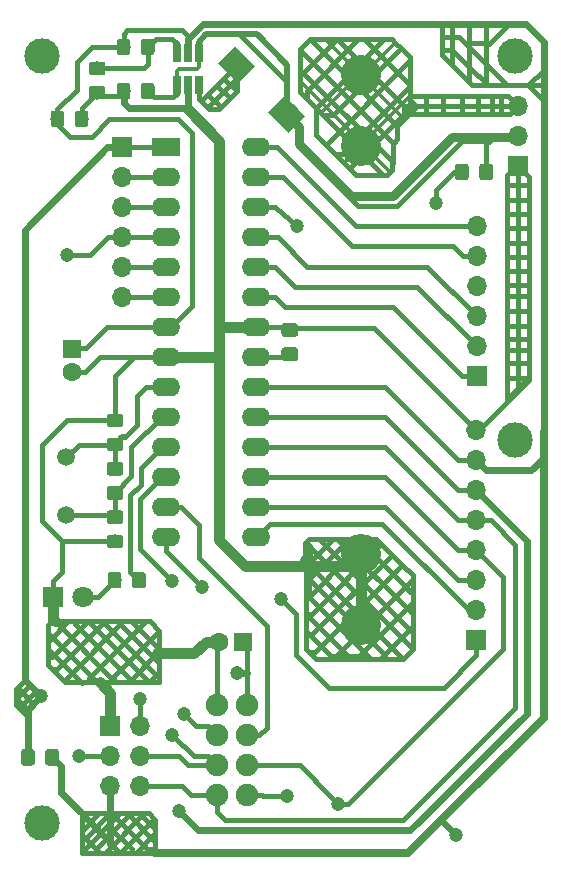
<source format=gbl>
G04 #@! TF.GenerationSoftware,KiCad,Pcbnew,5.0.1-33cea8e~68~ubuntu18.04.1*
G04 #@! TF.CreationDate,2018-11-23T15:34:50-05:00*
G04 #@! TF.ProjectId,samn,73616D6E2E6B696361645F7063620000,6*
G04 #@! TF.SameCoordinates,Original*
G04 #@! TF.FileFunction,Copper,L2,Bot,Mixed*
G04 #@! TF.FilePolarity,Positive*
%FSLAX46Y46*%
G04 Gerber Fmt 4.6, Leading zero omitted, Abs format (unit mm)*
G04 Created by KiCad (PCBNEW 5.0.1-33cea8e~68~ubuntu18.04.1) date Fri 23 Nov 2018 03:34:50 PM EST*
%MOMM*%
%LPD*%
G01*
G04 APERTURE LIST*
G04 #@! TA.AperFunction,ComponentPad*
%ADD10R,1.700000X1.700000*%
G04 #@! TD*
G04 #@! TA.AperFunction,ComponentPad*
%ADD11O,1.700000X1.700000*%
G04 #@! TD*
G04 #@! TA.AperFunction,SMDPad,CuDef*
%ADD12C,2.000000*%
G04 #@! TD*
G04 #@! TA.AperFunction,Conductor*
%ADD13C,0.100000*%
G04 #@! TD*
G04 #@! TA.AperFunction,ComponentPad*
%ADD14C,1.900000*%
G04 #@! TD*
G04 #@! TA.AperFunction,SMDPad,CuDef*
%ADD15C,1.150000*%
G04 #@! TD*
G04 #@! TA.AperFunction,ComponentPad*
%ADD16C,1.800000*%
G04 #@! TD*
G04 #@! TA.AperFunction,ComponentPad*
%ADD17R,1.800000X1.800000*%
G04 #@! TD*
G04 #@! TA.AperFunction,ComponentPad*
%ADD18C,3.400000*%
G04 #@! TD*
G04 #@! TA.AperFunction,ComponentPad*
%ADD19C,1.500000*%
G04 #@! TD*
G04 #@! TA.AperFunction,ComponentPad*
%ADD20C,1.600000*%
G04 #@! TD*
G04 #@! TA.AperFunction,ComponentPad*
%ADD21R,1.600000X1.600000*%
G04 #@! TD*
G04 #@! TA.AperFunction,ComponentPad*
%ADD22O,2.400000X1.600000*%
G04 #@! TD*
G04 #@! TA.AperFunction,ComponentPad*
%ADD23R,2.400000X1.600000*%
G04 #@! TD*
G04 #@! TA.AperFunction,SMDPad,CuDef*
%ADD24R,0.650000X1.560000*%
G04 #@! TD*
G04 #@! TA.AperFunction,ViaPad*
%ADD25C,3.000000*%
G04 #@! TD*
G04 #@! TA.AperFunction,ViaPad*
%ADD26C,1.200000*%
G04 #@! TD*
G04 #@! TA.AperFunction,Conductor*
%ADD27C,0.400000*%
G04 #@! TD*
G04 #@! TA.AperFunction,Conductor*
%ADD28C,0.500000*%
G04 #@! TD*
G04 #@! TA.AperFunction,Conductor*
%ADD29C,0.600000*%
G04 #@! TD*
G04 #@! TA.AperFunction,Conductor*
%ADD30C,0.700000*%
G04 #@! TD*
G04 #@! TA.AperFunction,Conductor*
%ADD31C,0.900000*%
G04 #@! TD*
G04 #@! TA.AperFunction,Conductor*
%ADD32C,0.350000*%
G04 #@! TD*
G04 #@! TA.AperFunction,Conductor*
%ADD33C,0.800000*%
G04 #@! TD*
G04 #@! TA.AperFunction,Conductor*
%ADD34C,0.300000*%
G04 #@! TD*
G04 APERTURE END LIST*
D10*
G04 #@! TO.P,J5,1*
G04 #@! TO.N,GND*
X63750000Y-31850000D03*
D11*
G04 #@! TO.P,J5,2*
G04 #@! TO.N,+1V5*
X63750000Y-29310000D03*
G04 #@! TO.P,J5,3*
G04 #@! TO.N,Net-(J5-Pad3)*
X63750000Y-26770000D03*
G04 #@! TD*
D12*
G04 #@! TO.P,L1,1*
G04 #@! TO.N,+1V5*
X44200000Y-27450000D03*
D13*
G04 #@! TD*
G04 #@! TO.N,+1V5*
G04 #@! TO.C,L1*
G36*
X44341421Y-29005635D02*
X42644365Y-27308579D01*
X44058579Y-25894365D01*
X45755635Y-27591421D01*
X44341421Y-29005635D01*
X44341421Y-29005635D01*
G37*
D12*
G04 #@! TO.P,L1,2*
G04 #@! TO.N,Net-(L1-Pad2)*
X39950000Y-23250000D03*
D13*
G04 #@! TD*
G04 #@! TO.N,Net-(L1-Pad2)*
G04 #@! TO.C,L1*
G36*
X40091421Y-24805635D02*
X38394365Y-23108579D01*
X39808579Y-21694365D01*
X41505635Y-23391421D01*
X40091421Y-24805635D01*
X40091421Y-24805635D01*
G37*
D14*
G04 #@! TO.P,U3,1*
G04 #@! TO.N,GND*
X38250000Y-77500000D03*
G04 #@! TO.P,U3,2*
G04 #@! TO.N,+3V3*
X40790000Y-77500000D03*
G04 #@! TO.P,U3,3*
G04 #@! TO.N,Net-(U2-Pad12)*
X38250000Y-80040000D03*
G04 #@! TO.P,U3,4*
G04 #@! TO.N,Net-(U2-Pad13)*
X40790000Y-80040000D03*
G04 #@! TO.P,U3,5*
G04 #@! TO.N,SCK*
X38250000Y-82580000D03*
G04 #@! TO.P,U3,6*
G04 #@! TO.N,MOSI*
X40790000Y-82580000D03*
G04 #@! TO.P,U3,7*
G04 #@! TO.N,MISO*
X38250000Y-85120000D03*
G04 #@! TO.P,U3,8*
G04 #@! TO.N,Net-(J3-Pad4)*
X40790000Y-85120000D03*
G04 #@! TD*
D11*
G04 #@! TO.P,J4,6*
G04 #@! TO.N,MISO*
X31790000Y-84330000D03*
G04 #@! TO.P,J4,5*
G04 #@! TO.N,+3V3*
X29250000Y-84330000D03*
G04 #@! TO.P,J4,4*
G04 #@! TO.N,SCK*
X31790000Y-81790000D03*
G04 #@! TO.P,J4,3*
G04 #@! TO.N,MOSI*
X29250000Y-81790000D03*
G04 #@! TO.P,J4,2*
G04 #@! TO.N,Reset*
X31790000Y-79250000D03*
D10*
G04 #@! TO.P,J4,1*
G04 #@! TO.N,GND*
X29250000Y-79250000D03*
G04 #@! TD*
D13*
G04 #@! TO.N,+1V5*
G04 #@! TO.C,R7*
G36*
X61424505Y-31651204D02*
X61448773Y-31654804D01*
X61472572Y-31660765D01*
X61495671Y-31669030D01*
X61517850Y-31679520D01*
X61538893Y-31692132D01*
X61558599Y-31706747D01*
X61576777Y-31723223D01*
X61593253Y-31741401D01*
X61607868Y-31761107D01*
X61620480Y-31782150D01*
X61630970Y-31804329D01*
X61639235Y-31827428D01*
X61645196Y-31851227D01*
X61648796Y-31875495D01*
X61650000Y-31899999D01*
X61650000Y-32800001D01*
X61648796Y-32824505D01*
X61645196Y-32848773D01*
X61639235Y-32872572D01*
X61630970Y-32895671D01*
X61620480Y-32917850D01*
X61607868Y-32938893D01*
X61593253Y-32958599D01*
X61576777Y-32976777D01*
X61558599Y-32993253D01*
X61538893Y-33007868D01*
X61517850Y-33020480D01*
X61495671Y-33030970D01*
X61472572Y-33039235D01*
X61448773Y-33045196D01*
X61424505Y-33048796D01*
X61400001Y-33050000D01*
X60749999Y-33050000D01*
X60725495Y-33048796D01*
X60701227Y-33045196D01*
X60677428Y-33039235D01*
X60654329Y-33030970D01*
X60632150Y-33020480D01*
X60611107Y-33007868D01*
X60591401Y-32993253D01*
X60573223Y-32976777D01*
X60556747Y-32958599D01*
X60542132Y-32938893D01*
X60529520Y-32917850D01*
X60519030Y-32895671D01*
X60510765Y-32872572D01*
X60504804Y-32848773D01*
X60501204Y-32824505D01*
X60500000Y-32800001D01*
X60500000Y-31899999D01*
X60501204Y-31875495D01*
X60504804Y-31851227D01*
X60510765Y-31827428D01*
X60519030Y-31804329D01*
X60529520Y-31782150D01*
X60542132Y-31761107D01*
X60556747Y-31741401D01*
X60573223Y-31723223D01*
X60591401Y-31706747D01*
X60611107Y-31692132D01*
X60632150Y-31679520D01*
X60654329Y-31669030D01*
X60677428Y-31660765D01*
X60701227Y-31654804D01*
X60725495Y-31651204D01*
X60749999Y-31650000D01*
X61400001Y-31650000D01*
X61424505Y-31651204D01*
X61424505Y-31651204D01*
G37*
D15*
G04 #@! TD*
G04 #@! TO.P,R7,2*
G04 #@! TO.N,+1V5*
X61075000Y-32350000D03*
D13*
G04 #@! TO.N,Net-(R7-Pad1)*
G04 #@! TO.C,R7*
G36*
X59374505Y-31651204D02*
X59398773Y-31654804D01*
X59422572Y-31660765D01*
X59445671Y-31669030D01*
X59467850Y-31679520D01*
X59488893Y-31692132D01*
X59508599Y-31706747D01*
X59526777Y-31723223D01*
X59543253Y-31741401D01*
X59557868Y-31761107D01*
X59570480Y-31782150D01*
X59580970Y-31804329D01*
X59589235Y-31827428D01*
X59595196Y-31851227D01*
X59598796Y-31875495D01*
X59600000Y-31899999D01*
X59600000Y-32800001D01*
X59598796Y-32824505D01*
X59595196Y-32848773D01*
X59589235Y-32872572D01*
X59580970Y-32895671D01*
X59570480Y-32917850D01*
X59557868Y-32938893D01*
X59543253Y-32958599D01*
X59526777Y-32976777D01*
X59508599Y-32993253D01*
X59488893Y-33007868D01*
X59467850Y-33020480D01*
X59445671Y-33030970D01*
X59422572Y-33039235D01*
X59398773Y-33045196D01*
X59374505Y-33048796D01*
X59350001Y-33050000D01*
X58699999Y-33050000D01*
X58675495Y-33048796D01*
X58651227Y-33045196D01*
X58627428Y-33039235D01*
X58604329Y-33030970D01*
X58582150Y-33020480D01*
X58561107Y-33007868D01*
X58541401Y-32993253D01*
X58523223Y-32976777D01*
X58506747Y-32958599D01*
X58492132Y-32938893D01*
X58479520Y-32917850D01*
X58469030Y-32895671D01*
X58460765Y-32872572D01*
X58454804Y-32848773D01*
X58451204Y-32824505D01*
X58450000Y-32800001D01*
X58450000Y-31899999D01*
X58451204Y-31875495D01*
X58454804Y-31851227D01*
X58460765Y-31827428D01*
X58469030Y-31804329D01*
X58479520Y-31782150D01*
X58492132Y-31761107D01*
X58506747Y-31741401D01*
X58523223Y-31723223D01*
X58541401Y-31706747D01*
X58561107Y-31692132D01*
X58582150Y-31679520D01*
X58604329Y-31669030D01*
X58627428Y-31660765D01*
X58651227Y-31654804D01*
X58675495Y-31651204D01*
X58699999Y-31650000D01*
X59350001Y-31650000D01*
X59374505Y-31651204D01*
X59374505Y-31651204D01*
G37*
D15*
G04 #@! TD*
G04 #@! TO.P,R7,1*
G04 #@! TO.N,Net-(R7-Pad1)*
X59025000Y-32350000D03*
D16*
G04 #@! TO.P,LED_I1,2*
G04 #@! TO.N,Net-(LED_I1-Pad2)*
X26940000Y-68300000D03*
D17*
G04 #@! TO.P,LED_I1,1*
G04 #@! TO.N,GND*
X24400000Y-68300000D03*
G04 #@! TD*
D18*
G04 #@! TO.P,V1,2*
G04 #@! TO.N,GND*
X50500000Y-70700000D03*
X50500000Y-64700000D03*
G04 #@! TO.P,V1,1*
G04 #@! TO.N,Net-(J5-Pad3)*
X50500000Y-30150000D03*
X50500000Y-24150000D03*
G04 #@! TD*
D19*
G04 #@! TO.P,Y1,2*
G04 #@! TO.N,Net-(C6-Pad1)*
X25500000Y-61380000D03*
G04 #@! TO.P,Y1,1*
G04 #@! TO.N,Net-(C5-Pad1)*
X25500000Y-56500000D03*
G04 #@! TD*
D13*
G04 #@! TO.N,+3V3*
G04 #@! TO.C,C2*
G36*
X25124505Y-27151204D02*
X25148773Y-27154804D01*
X25172572Y-27160765D01*
X25195671Y-27169030D01*
X25217850Y-27179520D01*
X25238893Y-27192132D01*
X25258599Y-27206747D01*
X25276777Y-27223223D01*
X25293253Y-27241401D01*
X25307868Y-27261107D01*
X25320480Y-27282150D01*
X25330970Y-27304329D01*
X25339235Y-27327428D01*
X25345196Y-27351227D01*
X25348796Y-27375495D01*
X25350000Y-27399999D01*
X25350000Y-28300001D01*
X25348796Y-28324505D01*
X25345196Y-28348773D01*
X25339235Y-28372572D01*
X25330970Y-28395671D01*
X25320480Y-28417850D01*
X25307868Y-28438893D01*
X25293253Y-28458599D01*
X25276777Y-28476777D01*
X25258599Y-28493253D01*
X25238893Y-28507868D01*
X25217850Y-28520480D01*
X25195671Y-28530970D01*
X25172572Y-28539235D01*
X25148773Y-28545196D01*
X25124505Y-28548796D01*
X25100001Y-28550000D01*
X24449999Y-28550000D01*
X24425495Y-28548796D01*
X24401227Y-28545196D01*
X24377428Y-28539235D01*
X24354329Y-28530970D01*
X24332150Y-28520480D01*
X24311107Y-28507868D01*
X24291401Y-28493253D01*
X24273223Y-28476777D01*
X24256747Y-28458599D01*
X24242132Y-28438893D01*
X24229520Y-28417850D01*
X24219030Y-28395671D01*
X24210765Y-28372572D01*
X24204804Y-28348773D01*
X24201204Y-28324505D01*
X24200000Y-28300001D01*
X24200000Y-27399999D01*
X24201204Y-27375495D01*
X24204804Y-27351227D01*
X24210765Y-27327428D01*
X24219030Y-27304329D01*
X24229520Y-27282150D01*
X24242132Y-27261107D01*
X24256747Y-27241401D01*
X24273223Y-27223223D01*
X24291401Y-27206747D01*
X24311107Y-27192132D01*
X24332150Y-27179520D01*
X24354329Y-27169030D01*
X24377428Y-27160765D01*
X24401227Y-27154804D01*
X24425495Y-27151204D01*
X24449999Y-27150000D01*
X25100001Y-27150000D01*
X25124505Y-27151204D01*
X25124505Y-27151204D01*
G37*
D15*
G04 #@! TD*
G04 #@! TO.P,C2,2*
G04 #@! TO.N,+3V3*
X24775000Y-27850000D03*
D13*
G04 #@! TO.N,GND*
G04 #@! TO.C,C2*
G36*
X27174505Y-27151204D02*
X27198773Y-27154804D01*
X27222572Y-27160765D01*
X27245671Y-27169030D01*
X27267850Y-27179520D01*
X27288893Y-27192132D01*
X27308599Y-27206747D01*
X27326777Y-27223223D01*
X27343253Y-27241401D01*
X27357868Y-27261107D01*
X27370480Y-27282150D01*
X27380970Y-27304329D01*
X27389235Y-27327428D01*
X27395196Y-27351227D01*
X27398796Y-27375495D01*
X27400000Y-27399999D01*
X27400000Y-28300001D01*
X27398796Y-28324505D01*
X27395196Y-28348773D01*
X27389235Y-28372572D01*
X27380970Y-28395671D01*
X27370480Y-28417850D01*
X27357868Y-28438893D01*
X27343253Y-28458599D01*
X27326777Y-28476777D01*
X27308599Y-28493253D01*
X27288893Y-28507868D01*
X27267850Y-28520480D01*
X27245671Y-28530970D01*
X27222572Y-28539235D01*
X27198773Y-28545196D01*
X27174505Y-28548796D01*
X27150001Y-28550000D01*
X26499999Y-28550000D01*
X26475495Y-28548796D01*
X26451227Y-28545196D01*
X26427428Y-28539235D01*
X26404329Y-28530970D01*
X26382150Y-28520480D01*
X26361107Y-28507868D01*
X26341401Y-28493253D01*
X26323223Y-28476777D01*
X26306747Y-28458599D01*
X26292132Y-28438893D01*
X26279520Y-28417850D01*
X26269030Y-28395671D01*
X26260765Y-28372572D01*
X26254804Y-28348773D01*
X26251204Y-28324505D01*
X26250000Y-28300001D01*
X26250000Y-27399999D01*
X26251204Y-27375495D01*
X26254804Y-27351227D01*
X26260765Y-27327428D01*
X26269030Y-27304329D01*
X26279520Y-27282150D01*
X26292132Y-27261107D01*
X26306747Y-27241401D01*
X26323223Y-27223223D01*
X26341401Y-27206747D01*
X26361107Y-27192132D01*
X26382150Y-27179520D01*
X26404329Y-27169030D01*
X26427428Y-27160765D01*
X26451227Y-27154804D01*
X26475495Y-27151204D01*
X26499999Y-27150000D01*
X27150001Y-27150000D01*
X27174505Y-27151204D01*
X27174505Y-27151204D01*
G37*
D15*
G04 #@! TD*
G04 #@! TO.P,C2,1*
G04 #@! TO.N,GND*
X26825000Y-27850000D03*
D13*
G04 #@! TO.N,Net-(C3-Pad2)*
G04 #@! TO.C,C3*
G36*
X44924505Y-47201204D02*
X44948773Y-47204804D01*
X44972572Y-47210765D01*
X44995671Y-47219030D01*
X45017850Y-47229520D01*
X45038893Y-47242132D01*
X45058599Y-47256747D01*
X45076777Y-47273223D01*
X45093253Y-47291401D01*
X45107868Y-47311107D01*
X45120480Y-47332150D01*
X45130970Y-47354329D01*
X45139235Y-47377428D01*
X45145196Y-47401227D01*
X45148796Y-47425495D01*
X45150000Y-47449999D01*
X45150000Y-48100001D01*
X45148796Y-48124505D01*
X45145196Y-48148773D01*
X45139235Y-48172572D01*
X45130970Y-48195671D01*
X45120480Y-48217850D01*
X45107868Y-48238893D01*
X45093253Y-48258599D01*
X45076777Y-48276777D01*
X45058599Y-48293253D01*
X45038893Y-48307868D01*
X45017850Y-48320480D01*
X44995671Y-48330970D01*
X44972572Y-48339235D01*
X44948773Y-48345196D01*
X44924505Y-48348796D01*
X44900001Y-48350000D01*
X43999999Y-48350000D01*
X43975495Y-48348796D01*
X43951227Y-48345196D01*
X43927428Y-48339235D01*
X43904329Y-48330970D01*
X43882150Y-48320480D01*
X43861107Y-48307868D01*
X43841401Y-48293253D01*
X43823223Y-48276777D01*
X43806747Y-48258599D01*
X43792132Y-48238893D01*
X43779520Y-48217850D01*
X43769030Y-48195671D01*
X43760765Y-48172572D01*
X43754804Y-48148773D01*
X43751204Y-48124505D01*
X43750000Y-48100001D01*
X43750000Y-47449999D01*
X43751204Y-47425495D01*
X43754804Y-47401227D01*
X43760765Y-47377428D01*
X43769030Y-47354329D01*
X43779520Y-47332150D01*
X43792132Y-47311107D01*
X43806747Y-47291401D01*
X43823223Y-47273223D01*
X43841401Y-47256747D01*
X43861107Y-47242132D01*
X43882150Y-47229520D01*
X43904329Y-47219030D01*
X43927428Y-47210765D01*
X43951227Y-47204804D01*
X43975495Y-47201204D01*
X43999999Y-47200000D01*
X44900001Y-47200000D01*
X44924505Y-47201204D01*
X44924505Y-47201204D01*
G37*
D15*
G04 #@! TD*
G04 #@! TO.P,C3,2*
G04 #@! TO.N,Net-(C3-Pad2)*
X44450000Y-47775000D03*
D13*
G04 #@! TO.N,GND*
G04 #@! TO.C,C3*
G36*
X44924505Y-45151204D02*
X44948773Y-45154804D01*
X44972572Y-45160765D01*
X44995671Y-45169030D01*
X45017850Y-45179520D01*
X45038893Y-45192132D01*
X45058599Y-45206747D01*
X45076777Y-45223223D01*
X45093253Y-45241401D01*
X45107868Y-45261107D01*
X45120480Y-45282150D01*
X45130970Y-45304329D01*
X45139235Y-45327428D01*
X45145196Y-45351227D01*
X45148796Y-45375495D01*
X45150000Y-45399999D01*
X45150000Y-46050001D01*
X45148796Y-46074505D01*
X45145196Y-46098773D01*
X45139235Y-46122572D01*
X45130970Y-46145671D01*
X45120480Y-46167850D01*
X45107868Y-46188893D01*
X45093253Y-46208599D01*
X45076777Y-46226777D01*
X45058599Y-46243253D01*
X45038893Y-46257868D01*
X45017850Y-46270480D01*
X44995671Y-46280970D01*
X44972572Y-46289235D01*
X44948773Y-46295196D01*
X44924505Y-46298796D01*
X44900001Y-46300000D01*
X43999999Y-46300000D01*
X43975495Y-46298796D01*
X43951227Y-46295196D01*
X43927428Y-46289235D01*
X43904329Y-46280970D01*
X43882150Y-46270480D01*
X43861107Y-46257868D01*
X43841401Y-46243253D01*
X43823223Y-46226777D01*
X43806747Y-46208599D01*
X43792132Y-46188893D01*
X43779520Y-46167850D01*
X43769030Y-46145671D01*
X43760765Y-46122572D01*
X43754804Y-46098773D01*
X43751204Y-46074505D01*
X43750000Y-46050001D01*
X43750000Y-45399999D01*
X43751204Y-45375495D01*
X43754804Y-45351227D01*
X43760765Y-45327428D01*
X43769030Y-45304329D01*
X43779520Y-45282150D01*
X43792132Y-45261107D01*
X43806747Y-45241401D01*
X43823223Y-45223223D01*
X43841401Y-45206747D01*
X43861107Y-45192132D01*
X43882150Y-45179520D01*
X43904329Y-45169030D01*
X43927428Y-45160765D01*
X43951227Y-45154804D01*
X43975495Y-45151204D01*
X43999999Y-45150000D01*
X44900001Y-45150000D01*
X44924505Y-45151204D01*
X44924505Y-45151204D01*
G37*
D15*
G04 #@! TD*
G04 #@! TO.P,C3,1*
G04 #@! TO.N,GND*
X44450000Y-45725000D03*
D13*
G04 #@! TO.N,GND*
G04 #@! TO.C,C5*
G36*
X30124505Y-52801204D02*
X30148773Y-52804804D01*
X30172572Y-52810765D01*
X30195671Y-52819030D01*
X30217850Y-52829520D01*
X30238893Y-52842132D01*
X30258599Y-52856747D01*
X30276777Y-52873223D01*
X30293253Y-52891401D01*
X30307868Y-52911107D01*
X30320480Y-52932150D01*
X30330970Y-52954329D01*
X30339235Y-52977428D01*
X30345196Y-53001227D01*
X30348796Y-53025495D01*
X30350000Y-53049999D01*
X30350000Y-53700001D01*
X30348796Y-53724505D01*
X30345196Y-53748773D01*
X30339235Y-53772572D01*
X30330970Y-53795671D01*
X30320480Y-53817850D01*
X30307868Y-53838893D01*
X30293253Y-53858599D01*
X30276777Y-53876777D01*
X30258599Y-53893253D01*
X30238893Y-53907868D01*
X30217850Y-53920480D01*
X30195671Y-53930970D01*
X30172572Y-53939235D01*
X30148773Y-53945196D01*
X30124505Y-53948796D01*
X30100001Y-53950000D01*
X29199999Y-53950000D01*
X29175495Y-53948796D01*
X29151227Y-53945196D01*
X29127428Y-53939235D01*
X29104329Y-53930970D01*
X29082150Y-53920480D01*
X29061107Y-53907868D01*
X29041401Y-53893253D01*
X29023223Y-53876777D01*
X29006747Y-53858599D01*
X28992132Y-53838893D01*
X28979520Y-53817850D01*
X28969030Y-53795671D01*
X28960765Y-53772572D01*
X28954804Y-53748773D01*
X28951204Y-53724505D01*
X28950000Y-53700001D01*
X28950000Y-53049999D01*
X28951204Y-53025495D01*
X28954804Y-53001227D01*
X28960765Y-52977428D01*
X28969030Y-52954329D01*
X28979520Y-52932150D01*
X28992132Y-52911107D01*
X29006747Y-52891401D01*
X29023223Y-52873223D01*
X29041401Y-52856747D01*
X29061107Y-52842132D01*
X29082150Y-52829520D01*
X29104329Y-52819030D01*
X29127428Y-52810765D01*
X29151227Y-52804804D01*
X29175495Y-52801204D01*
X29199999Y-52800000D01*
X30100001Y-52800000D01*
X30124505Y-52801204D01*
X30124505Y-52801204D01*
G37*
D15*
G04 #@! TD*
G04 #@! TO.P,C5,2*
G04 #@! TO.N,GND*
X29650000Y-53375000D03*
D13*
G04 #@! TO.N,Net-(C5-Pad1)*
G04 #@! TO.C,C5*
G36*
X30124505Y-54851204D02*
X30148773Y-54854804D01*
X30172572Y-54860765D01*
X30195671Y-54869030D01*
X30217850Y-54879520D01*
X30238893Y-54892132D01*
X30258599Y-54906747D01*
X30276777Y-54923223D01*
X30293253Y-54941401D01*
X30307868Y-54961107D01*
X30320480Y-54982150D01*
X30330970Y-55004329D01*
X30339235Y-55027428D01*
X30345196Y-55051227D01*
X30348796Y-55075495D01*
X30350000Y-55099999D01*
X30350000Y-55750001D01*
X30348796Y-55774505D01*
X30345196Y-55798773D01*
X30339235Y-55822572D01*
X30330970Y-55845671D01*
X30320480Y-55867850D01*
X30307868Y-55888893D01*
X30293253Y-55908599D01*
X30276777Y-55926777D01*
X30258599Y-55943253D01*
X30238893Y-55957868D01*
X30217850Y-55970480D01*
X30195671Y-55980970D01*
X30172572Y-55989235D01*
X30148773Y-55995196D01*
X30124505Y-55998796D01*
X30100001Y-56000000D01*
X29199999Y-56000000D01*
X29175495Y-55998796D01*
X29151227Y-55995196D01*
X29127428Y-55989235D01*
X29104329Y-55980970D01*
X29082150Y-55970480D01*
X29061107Y-55957868D01*
X29041401Y-55943253D01*
X29023223Y-55926777D01*
X29006747Y-55908599D01*
X28992132Y-55888893D01*
X28979520Y-55867850D01*
X28969030Y-55845671D01*
X28960765Y-55822572D01*
X28954804Y-55798773D01*
X28951204Y-55774505D01*
X28950000Y-55750001D01*
X28950000Y-55099999D01*
X28951204Y-55075495D01*
X28954804Y-55051227D01*
X28960765Y-55027428D01*
X28969030Y-55004329D01*
X28979520Y-54982150D01*
X28992132Y-54961107D01*
X29006747Y-54941401D01*
X29023223Y-54923223D01*
X29041401Y-54906747D01*
X29061107Y-54892132D01*
X29082150Y-54879520D01*
X29104329Y-54869030D01*
X29127428Y-54860765D01*
X29151227Y-54854804D01*
X29175495Y-54851204D01*
X29199999Y-54850000D01*
X30100001Y-54850000D01*
X30124505Y-54851204D01*
X30124505Y-54851204D01*
G37*
D15*
G04 #@! TD*
G04 #@! TO.P,C5,1*
G04 #@! TO.N,Net-(C5-Pad1)*
X29650000Y-55425000D03*
D13*
G04 #@! TO.N,GND*
G04 #@! TO.C,C6*
G36*
X30124505Y-63051204D02*
X30148773Y-63054804D01*
X30172572Y-63060765D01*
X30195671Y-63069030D01*
X30217850Y-63079520D01*
X30238893Y-63092132D01*
X30258599Y-63106747D01*
X30276777Y-63123223D01*
X30293253Y-63141401D01*
X30307868Y-63161107D01*
X30320480Y-63182150D01*
X30330970Y-63204329D01*
X30339235Y-63227428D01*
X30345196Y-63251227D01*
X30348796Y-63275495D01*
X30350000Y-63299999D01*
X30350000Y-63950001D01*
X30348796Y-63974505D01*
X30345196Y-63998773D01*
X30339235Y-64022572D01*
X30330970Y-64045671D01*
X30320480Y-64067850D01*
X30307868Y-64088893D01*
X30293253Y-64108599D01*
X30276777Y-64126777D01*
X30258599Y-64143253D01*
X30238893Y-64157868D01*
X30217850Y-64170480D01*
X30195671Y-64180970D01*
X30172572Y-64189235D01*
X30148773Y-64195196D01*
X30124505Y-64198796D01*
X30100001Y-64200000D01*
X29199999Y-64200000D01*
X29175495Y-64198796D01*
X29151227Y-64195196D01*
X29127428Y-64189235D01*
X29104329Y-64180970D01*
X29082150Y-64170480D01*
X29061107Y-64157868D01*
X29041401Y-64143253D01*
X29023223Y-64126777D01*
X29006747Y-64108599D01*
X28992132Y-64088893D01*
X28979520Y-64067850D01*
X28969030Y-64045671D01*
X28960765Y-64022572D01*
X28954804Y-63998773D01*
X28951204Y-63974505D01*
X28950000Y-63950001D01*
X28950000Y-63299999D01*
X28951204Y-63275495D01*
X28954804Y-63251227D01*
X28960765Y-63227428D01*
X28969030Y-63204329D01*
X28979520Y-63182150D01*
X28992132Y-63161107D01*
X29006747Y-63141401D01*
X29023223Y-63123223D01*
X29041401Y-63106747D01*
X29061107Y-63092132D01*
X29082150Y-63079520D01*
X29104329Y-63069030D01*
X29127428Y-63060765D01*
X29151227Y-63054804D01*
X29175495Y-63051204D01*
X29199999Y-63050000D01*
X30100001Y-63050000D01*
X30124505Y-63051204D01*
X30124505Y-63051204D01*
G37*
D15*
G04 #@! TD*
G04 #@! TO.P,C6,2*
G04 #@! TO.N,GND*
X29650000Y-63625000D03*
D13*
G04 #@! TO.N,Net-(C6-Pad1)*
G04 #@! TO.C,C6*
G36*
X30124505Y-61001204D02*
X30148773Y-61004804D01*
X30172572Y-61010765D01*
X30195671Y-61019030D01*
X30217850Y-61029520D01*
X30238893Y-61042132D01*
X30258599Y-61056747D01*
X30276777Y-61073223D01*
X30293253Y-61091401D01*
X30307868Y-61111107D01*
X30320480Y-61132150D01*
X30330970Y-61154329D01*
X30339235Y-61177428D01*
X30345196Y-61201227D01*
X30348796Y-61225495D01*
X30350000Y-61249999D01*
X30350000Y-61900001D01*
X30348796Y-61924505D01*
X30345196Y-61948773D01*
X30339235Y-61972572D01*
X30330970Y-61995671D01*
X30320480Y-62017850D01*
X30307868Y-62038893D01*
X30293253Y-62058599D01*
X30276777Y-62076777D01*
X30258599Y-62093253D01*
X30238893Y-62107868D01*
X30217850Y-62120480D01*
X30195671Y-62130970D01*
X30172572Y-62139235D01*
X30148773Y-62145196D01*
X30124505Y-62148796D01*
X30100001Y-62150000D01*
X29199999Y-62150000D01*
X29175495Y-62148796D01*
X29151227Y-62145196D01*
X29127428Y-62139235D01*
X29104329Y-62130970D01*
X29082150Y-62120480D01*
X29061107Y-62107868D01*
X29041401Y-62093253D01*
X29023223Y-62076777D01*
X29006747Y-62058599D01*
X28992132Y-62038893D01*
X28979520Y-62017850D01*
X28969030Y-61995671D01*
X28960765Y-61972572D01*
X28954804Y-61948773D01*
X28951204Y-61924505D01*
X28950000Y-61900001D01*
X28950000Y-61249999D01*
X28951204Y-61225495D01*
X28954804Y-61201227D01*
X28960765Y-61177428D01*
X28969030Y-61154329D01*
X28979520Y-61132150D01*
X28992132Y-61111107D01*
X29006747Y-61091401D01*
X29023223Y-61073223D01*
X29041401Y-61056747D01*
X29061107Y-61042132D01*
X29082150Y-61029520D01*
X29104329Y-61019030D01*
X29127428Y-61010765D01*
X29151227Y-61004804D01*
X29175495Y-61001204D01*
X29199999Y-61000000D01*
X30100001Y-61000000D01*
X30124505Y-61001204D01*
X30124505Y-61001204D01*
G37*
D15*
G04 #@! TD*
G04 #@! TO.P,C6,1*
G04 #@! TO.N,Net-(C6-Pad1)*
X29650000Y-61575000D03*
D13*
G04 #@! TO.N,GND*
G04 #@! TO.C,C1*
G36*
X30724505Y-24801204D02*
X30748773Y-24804804D01*
X30772572Y-24810765D01*
X30795671Y-24819030D01*
X30817850Y-24829520D01*
X30838893Y-24842132D01*
X30858599Y-24856747D01*
X30876777Y-24873223D01*
X30893253Y-24891401D01*
X30907868Y-24911107D01*
X30920480Y-24932150D01*
X30930970Y-24954329D01*
X30939235Y-24977428D01*
X30945196Y-25001227D01*
X30948796Y-25025495D01*
X30950000Y-25049999D01*
X30950000Y-25950001D01*
X30948796Y-25974505D01*
X30945196Y-25998773D01*
X30939235Y-26022572D01*
X30930970Y-26045671D01*
X30920480Y-26067850D01*
X30907868Y-26088893D01*
X30893253Y-26108599D01*
X30876777Y-26126777D01*
X30858599Y-26143253D01*
X30838893Y-26157868D01*
X30817850Y-26170480D01*
X30795671Y-26180970D01*
X30772572Y-26189235D01*
X30748773Y-26195196D01*
X30724505Y-26198796D01*
X30700001Y-26200000D01*
X30049999Y-26200000D01*
X30025495Y-26198796D01*
X30001227Y-26195196D01*
X29977428Y-26189235D01*
X29954329Y-26180970D01*
X29932150Y-26170480D01*
X29911107Y-26157868D01*
X29891401Y-26143253D01*
X29873223Y-26126777D01*
X29856747Y-26108599D01*
X29842132Y-26088893D01*
X29829520Y-26067850D01*
X29819030Y-26045671D01*
X29810765Y-26022572D01*
X29804804Y-25998773D01*
X29801204Y-25974505D01*
X29800000Y-25950001D01*
X29800000Y-25049999D01*
X29801204Y-25025495D01*
X29804804Y-25001227D01*
X29810765Y-24977428D01*
X29819030Y-24954329D01*
X29829520Y-24932150D01*
X29842132Y-24911107D01*
X29856747Y-24891401D01*
X29873223Y-24873223D01*
X29891401Y-24856747D01*
X29911107Y-24842132D01*
X29932150Y-24829520D01*
X29954329Y-24819030D01*
X29977428Y-24810765D01*
X30001227Y-24804804D01*
X30025495Y-24801204D01*
X30049999Y-24800000D01*
X30700001Y-24800000D01*
X30724505Y-24801204D01*
X30724505Y-24801204D01*
G37*
D15*
G04 #@! TD*
G04 #@! TO.P,C1,2*
G04 #@! TO.N,GND*
X30375000Y-25500000D03*
D13*
G04 #@! TO.N,+1V5*
G04 #@! TO.C,C1*
G36*
X32774505Y-24801204D02*
X32798773Y-24804804D01*
X32822572Y-24810765D01*
X32845671Y-24819030D01*
X32867850Y-24829520D01*
X32888893Y-24842132D01*
X32908599Y-24856747D01*
X32926777Y-24873223D01*
X32943253Y-24891401D01*
X32957868Y-24911107D01*
X32970480Y-24932150D01*
X32980970Y-24954329D01*
X32989235Y-24977428D01*
X32995196Y-25001227D01*
X32998796Y-25025495D01*
X33000000Y-25049999D01*
X33000000Y-25950001D01*
X32998796Y-25974505D01*
X32995196Y-25998773D01*
X32989235Y-26022572D01*
X32980970Y-26045671D01*
X32970480Y-26067850D01*
X32957868Y-26088893D01*
X32943253Y-26108599D01*
X32926777Y-26126777D01*
X32908599Y-26143253D01*
X32888893Y-26157868D01*
X32867850Y-26170480D01*
X32845671Y-26180970D01*
X32822572Y-26189235D01*
X32798773Y-26195196D01*
X32774505Y-26198796D01*
X32750001Y-26200000D01*
X32099999Y-26200000D01*
X32075495Y-26198796D01*
X32051227Y-26195196D01*
X32027428Y-26189235D01*
X32004329Y-26180970D01*
X31982150Y-26170480D01*
X31961107Y-26157868D01*
X31941401Y-26143253D01*
X31923223Y-26126777D01*
X31906747Y-26108599D01*
X31892132Y-26088893D01*
X31879520Y-26067850D01*
X31869030Y-26045671D01*
X31860765Y-26022572D01*
X31854804Y-25998773D01*
X31851204Y-25974505D01*
X31850000Y-25950001D01*
X31850000Y-25049999D01*
X31851204Y-25025495D01*
X31854804Y-25001227D01*
X31860765Y-24977428D01*
X31869030Y-24954329D01*
X31879520Y-24932150D01*
X31892132Y-24911107D01*
X31906747Y-24891401D01*
X31923223Y-24873223D01*
X31941401Y-24856747D01*
X31961107Y-24842132D01*
X31982150Y-24829520D01*
X32004329Y-24819030D01*
X32027428Y-24810765D01*
X32051227Y-24804804D01*
X32075495Y-24801204D01*
X32099999Y-24800000D01*
X32750001Y-24800000D01*
X32774505Y-24801204D01*
X32774505Y-24801204D01*
G37*
D15*
G04 #@! TD*
G04 #@! TO.P,C1,1*
G04 #@! TO.N,+1V5*
X32425000Y-25500000D03*
D20*
G04 #@! TO.P,C4,2*
G04 #@! TO.N,GND*
X26050000Y-49300000D03*
D21*
G04 #@! TO.P,C4,1*
G04 #@! TO.N,+3V3*
X26050000Y-47300000D03*
G04 #@! TD*
D20*
G04 #@! TO.P,C7,2*
G04 #@! TO.N,GND*
X38450000Y-72150000D03*
D21*
G04 #@! TO.P,C7,1*
G04 #@! TO.N,+3V3*
X40450000Y-72150000D03*
G04 #@! TD*
D11*
G04 #@! TO.P,J1,6*
G04 #@! TO.N,Net-(J1-Pad6)*
X60300000Y-36950000D03*
G04 #@! TO.P,J1,5*
G04 #@! TO.N,Net-(J1-Pad5)*
X60300000Y-39490000D03*
G04 #@! TO.P,J1,4*
G04 #@! TO.N,Net-(J1-Pad4)*
X60300000Y-42030000D03*
G04 #@! TO.P,J1,3*
G04 #@! TO.N,Net-(J1-Pad3)*
X60300000Y-44570000D03*
G04 #@! TO.P,J1,2*
G04 #@! TO.N,Net-(J1-Pad2)*
X60300000Y-47110000D03*
D10*
G04 #@! TO.P,J1,1*
G04 #@! TO.N,Net-(J1-Pad1)*
X60300000Y-49650000D03*
G04 #@! TD*
D11*
G04 #@! TO.P,J3,6*
G04 #@! TO.N,Net-(J3-Pad6)*
X30250000Y-42950000D03*
G04 #@! TO.P,J3,5*
G04 #@! TO.N,Net-(J3-Pad5)*
X30250000Y-40410000D03*
G04 #@! TO.P,J3,4*
G04 #@! TO.N,Net-(J3-Pad4)*
X30250000Y-37870000D03*
G04 #@! TO.P,J3,3*
G04 #@! TO.N,Net-(J3-Pad3)*
X30250000Y-35330000D03*
G04 #@! TO.P,J3,2*
G04 #@! TO.N,Net-(J3-Pad2)*
X30250000Y-32790000D03*
D10*
G04 #@! TO.P,J3,1*
G04 #@! TO.N,Reset*
X30250000Y-30250000D03*
G04 #@! TD*
D11*
G04 #@! TO.P,J2,8*
G04 #@! TO.N,GND*
X60250000Y-54220000D03*
G04 #@! TO.P,J2,7*
G04 #@! TO.N,+3V3*
X60250000Y-56760000D03*
G04 #@! TO.P,J2,6*
G04 #@! TO.N,SCK*
X60250000Y-59300000D03*
G04 #@! TO.P,J2,5*
G04 #@! TO.N,MISO*
X60250000Y-61840000D03*
G04 #@! TO.P,J2,4*
G04 #@! TO.N,MOSI*
X60250000Y-64380000D03*
G04 #@! TO.P,J2,3*
G04 #@! TO.N,Net-(J2-Pad3)*
X60250000Y-66920000D03*
G04 #@! TO.P,J2,2*
G04 #@! TO.N,Net-(J2-Pad2)*
X60250000Y-69460000D03*
D10*
G04 #@! TO.P,J2,1*
G04 #@! TO.N,Net-(J2-Pad1)*
X60250000Y-72000000D03*
G04 #@! TD*
D22*
G04 #@! TO.P,U2,28*
G04 #@! TO.N,Net-(J1-Pad6)*
X41620000Y-30250000D03*
G04 #@! TO.P,U2,14*
G04 #@! TO.N,Net-(J2-Pad1)*
X34000000Y-63270000D03*
G04 #@! TO.P,U2,27*
G04 #@! TO.N,Net-(J1-Pad5)*
X41620000Y-32790000D03*
G04 #@! TO.P,U2,13*
G04 #@! TO.N,Net-(U2-Pad13)*
X34000000Y-60730000D03*
G04 #@! TO.P,U2,26*
G04 #@! TO.N,Net-(R7-Pad1)*
X41620000Y-35330000D03*
G04 #@! TO.P,U2,12*
G04 #@! TO.N,Net-(U2-Pad12)*
X34000000Y-58190000D03*
G04 #@! TO.P,U2,25*
G04 #@! TO.N,Net-(J1-Pad3)*
X41620000Y-37870000D03*
G04 #@! TO.P,U2,11*
G04 #@! TO.N,Net-(R4-Pad2)*
X34000000Y-55650000D03*
G04 #@! TO.P,U2,24*
G04 #@! TO.N,Net-(J1-Pad2)*
X41620000Y-40410000D03*
G04 #@! TO.P,U2,10*
G04 #@! TO.N,Net-(C6-Pad1)*
X34000000Y-53110000D03*
G04 #@! TO.P,U2,23*
G04 #@! TO.N,Net-(J1-Pad1)*
X41620000Y-42950000D03*
G04 #@! TO.P,U2,9*
G04 #@! TO.N,Net-(C5-Pad1)*
X34000000Y-50570000D03*
G04 #@! TO.P,U2,22*
G04 #@! TO.N,GND*
X41620000Y-45490000D03*
G04 #@! TO.P,U2,8*
X34000000Y-48030000D03*
G04 #@! TO.P,U2,21*
G04 #@! TO.N,Net-(C3-Pad2)*
X41620000Y-48030000D03*
G04 #@! TO.P,U2,7*
G04 #@! TO.N,+3V3*
X34000000Y-45490000D03*
G04 #@! TO.P,U2,20*
X41620000Y-50570000D03*
G04 #@! TO.P,U2,6*
G04 #@! TO.N,Net-(J3-Pad6)*
X34000000Y-42950000D03*
G04 #@! TO.P,U2,19*
G04 #@! TO.N,SCK*
X41620000Y-53110000D03*
G04 #@! TO.P,U2,5*
G04 #@! TO.N,Net-(J3-Pad5)*
X34000000Y-40410000D03*
G04 #@! TO.P,U2,18*
G04 #@! TO.N,MISO*
X41620000Y-55650000D03*
G04 #@! TO.P,U2,4*
G04 #@! TO.N,Net-(J3-Pad4)*
X34000000Y-37870000D03*
G04 #@! TO.P,U2,17*
G04 #@! TO.N,MOSI*
X41620000Y-58190000D03*
G04 #@! TO.P,U2,3*
G04 #@! TO.N,Net-(J3-Pad3)*
X34000000Y-35330000D03*
G04 #@! TO.P,U2,16*
G04 #@! TO.N,Net-(J2-Pad3)*
X41620000Y-60730000D03*
G04 #@! TO.P,U2,2*
G04 #@! TO.N,Net-(J3-Pad2)*
X34000000Y-32790000D03*
G04 #@! TO.P,U2,15*
G04 #@! TO.N,Net-(J2-Pad2)*
X41620000Y-63270000D03*
D23*
G04 #@! TO.P,U2,1*
G04 #@! TO.N,Reset*
X34000000Y-30250000D03*
G04 #@! TD*
D24*
G04 #@! TO.P,U1,5*
G04 #@! TO.N,+3V3*
X35837600Y-22295000D03*
G04 #@! TO.P,U1,6*
G04 #@! TO.N,+1V5*
X36787600Y-22295000D03*
G04 #@! TO.P,U1,4*
G04 #@! TO.N,Net-(R1-Pad2)*
X34887600Y-22295000D03*
G04 #@! TO.P,U1,3*
G04 #@! TO.N,+1V5*
X34887600Y-24995000D03*
G04 #@! TO.P,U1,2*
G04 #@! TO.N,GND*
X35837600Y-24995000D03*
G04 #@! TO.P,U1,1*
G04 #@! TO.N,Net-(L1-Pad2)*
X36787600Y-24995000D03*
G04 #@! TD*
D13*
G04 #@! TO.N,Net-(R4-Pad2)*
G04 #@! TO.C,R4*
G36*
X32024505Y-66201204D02*
X32048773Y-66204804D01*
X32072572Y-66210765D01*
X32095671Y-66219030D01*
X32117850Y-66229520D01*
X32138893Y-66242132D01*
X32158599Y-66256747D01*
X32176777Y-66273223D01*
X32193253Y-66291401D01*
X32207868Y-66311107D01*
X32220480Y-66332150D01*
X32230970Y-66354329D01*
X32239235Y-66377428D01*
X32245196Y-66401227D01*
X32248796Y-66425495D01*
X32250000Y-66449999D01*
X32250000Y-67350001D01*
X32248796Y-67374505D01*
X32245196Y-67398773D01*
X32239235Y-67422572D01*
X32230970Y-67445671D01*
X32220480Y-67467850D01*
X32207868Y-67488893D01*
X32193253Y-67508599D01*
X32176777Y-67526777D01*
X32158599Y-67543253D01*
X32138893Y-67557868D01*
X32117850Y-67570480D01*
X32095671Y-67580970D01*
X32072572Y-67589235D01*
X32048773Y-67595196D01*
X32024505Y-67598796D01*
X32000001Y-67600000D01*
X31349999Y-67600000D01*
X31325495Y-67598796D01*
X31301227Y-67595196D01*
X31277428Y-67589235D01*
X31254329Y-67580970D01*
X31232150Y-67570480D01*
X31211107Y-67557868D01*
X31191401Y-67543253D01*
X31173223Y-67526777D01*
X31156747Y-67508599D01*
X31142132Y-67488893D01*
X31129520Y-67467850D01*
X31119030Y-67445671D01*
X31110765Y-67422572D01*
X31104804Y-67398773D01*
X31101204Y-67374505D01*
X31100000Y-67350001D01*
X31100000Y-66449999D01*
X31101204Y-66425495D01*
X31104804Y-66401227D01*
X31110765Y-66377428D01*
X31119030Y-66354329D01*
X31129520Y-66332150D01*
X31142132Y-66311107D01*
X31156747Y-66291401D01*
X31173223Y-66273223D01*
X31191401Y-66256747D01*
X31211107Y-66242132D01*
X31232150Y-66229520D01*
X31254329Y-66219030D01*
X31277428Y-66210765D01*
X31301227Y-66204804D01*
X31325495Y-66201204D01*
X31349999Y-66200000D01*
X32000001Y-66200000D01*
X32024505Y-66201204D01*
X32024505Y-66201204D01*
G37*
D15*
G04 #@! TD*
G04 #@! TO.P,R4,2*
G04 #@! TO.N,Net-(R4-Pad2)*
X31675000Y-66900000D03*
D13*
G04 #@! TO.N,Net-(LED_I1-Pad2)*
G04 #@! TO.C,R4*
G36*
X29974505Y-66201204D02*
X29998773Y-66204804D01*
X30022572Y-66210765D01*
X30045671Y-66219030D01*
X30067850Y-66229520D01*
X30088893Y-66242132D01*
X30108599Y-66256747D01*
X30126777Y-66273223D01*
X30143253Y-66291401D01*
X30157868Y-66311107D01*
X30170480Y-66332150D01*
X30180970Y-66354329D01*
X30189235Y-66377428D01*
X30195196Y-66401227D01*
X30198796Y-66425495D01*
X30200000Y-66449999D01*
X30200000Y-67350001D01*
X30198796Y-67374505D01*
X30195196Y-67398773D01*
X30189235Y-67422572D01*
X30180970Y-67445671D01*
X30170480Y-67467850D01*
X30157868Y-67488893D01*
X30143253Y-67508599D01*
X30126777Y-67526777D01*
X30108599Y-67543253D01*
X30088893Y-67557868D01*
X30067850Y-67570480D01*
X30045671Y-67580970D01*
X30022572Y-67589235D01*
X29998773Y-67595196D01*
X29974505Y-67598796D01*
X29950001Y-67600000D01*
X29299999Y-67600000D01*
X29275495Y-67598796D01*
X29251227Y-67595196D01*
X29227428Y-67589235D01*
X29204329Y-67580970D01*
X29182150Y-67570480D01*
X29161107Y-67557868D01*
X29141401Y-67543253D01*
X29123223Y-67526777D01*
X29106747Y-67508599D01*
X29092132Y-67488893D01*
X29079520Y-67467850D01*
X29069030Y-67445671D01*
X29060765Y-67422572D01*
X29054804Y-67398773D01*
X29051204Y-67374505D01*
X29050000Y-67350001D01*
X29050000Y-66449999D01*
X29051204Y-66425495D01*
X29054804Y-66401227D01*
X29060765Y-66377428D01*
X29069030Y-66354329D01*
X29079520Y-66332150D01*
X29092132Y-66311107D01*
X29106747Y-66291401D01*
X29123223Y-66273223D01*
X29141401Y-66256747D01*
X29161107Y-66242132D01*
X29182150Y-66229520D01*
X29204329Y-66219030D01*
X29227428Y-66210765D01*
X29251227Y-66204804D01*
X29275495Y-66201204D01*
X29299999Y-66200000D01*
X29950001Y-66200000D01*
X29974505Y-66201204D01*
X29974505Y-66201204D01*
G37*
D15*
G04 #@! TD*
G04 #@! TO.P,R4,1*
G04 #@! TO.N,Net-(LED_I1-Pad2)*
X29625000Y-66900000D03*
D13*
G04 #@! TO.N,Net-(R1-Pad2)*
G04 #@! TO.C,R1*
G36*
X32774505Y-21051204D02*
X32798773Y-21054804D01*
X32822572Y-21060765D01*
X32845671Y-21069030D01*
X32867850Y-21079520D01*
X32888893Y-21092132D01*
X32908599Y-21106747D01*
X32926777Y-21123223D01*
X32943253Y-21141401D01*
X32957868Y-21161107D01*
X32970480Y-21182150D01*
X32980970Y-21204329D01*
X32989235Y-21227428D01*
X32995196Y-21251227D01*
X32998796Y-21275495D01*
X33000000Y-21299999D01*
X33000000Y-22200001D01*
X32998796Y-22224505D01*
X32995196Y-22248773D01*
X32989235Y-22272572D01*
X32980970Y-22295671D01*
X32970480Y-22317850D01*
X32957868Y-22338893D01*
X32943253Y-22358599D01*
X32926777Y-22376777D01*
X32908599Y-22393253D01*
X32888893Y-22407868D01*
X32867850Y-22420480D01*
X32845671Y-22430970D01*
X32822572Y-22439235D01*
X32798773Y-22445196D01*
X32774505Y-22448796D01*
X32750001Y-22450000D01*
X32099999Y-22450000D01*
X32075495Y-22448796D01*
X32051227Y-22445196D01*
X32027428Y-22439235D01*
X32004329Y-22430970D01*
X31982150Y-22420480D01*
X31961107Y-22407868D01*
X31941401Y-22393253D01*
X31923223Y-22376777D01*
X31906747Y-22358599D01*
X31892132Y-22338893D01*
X31879520Y-22317850D01*
X31869030Y-22295671D01*
X31860765Y-22272572D01*
X31854804Y-22248773D01*
X31851204Y-22224505D01*
X31850000Y-22200001D01*
X31850000Y-21299999D01*
X31851204Y-21275495D01*
X31854804Y-21251227D01*
X31860765Y-21227428D01*
X31869030Y-21204329D01*
X31879520Y-21182150D01*
X31892132Y-21161107D01*
X31906747Y-21141401D01*
X31923223Y-21123223D01*
X31941401Y-21106747D01*
X31961107Y-21092132D01*
X31982150Y-21079520D01*
X32004329Y-21069030D01*
X32027428Y-21060765D01*
X32051227Y-21054804D01*
X32075495Y-21051204D01*
X32099999Y-21050000D01*
X32750001Y-21050000D01*
X32774505Y-21051204D01*
X32774505Y-21051204D01*
G37*
D15*
G04 #@! TD*
G04 #@! TO.P,R1,2*
G04 #@! TO.N,Net-(R1-Pad2)*
X32425000Y-21750000D03*
D13*
G04 #@! TO.N,+3V3*
G04 #@! TO.C,R1*
G36*
X30724505Y-21051204D02*
X30748773Y-21054804D01*
X30772572Y-21060765D01*
X30795671Y-21069030D01*
X30817850Y-21079520D01*
X30838893Y-21092132D01*
X30858599Y-21106747D01*
X30876777Y-21123223D01*
X30893253Y-21141401D01*
X30907868Y-21161107D01*
X30920480Y-21182150D01*
X30930970Y-21204329D01*
X30939235Y-21227428D01*
X30945196Y-21251227D01*
X30948796Y-21275495D01*
X30950000Y-21299999D01*
X30950000Y-22200001D01*
X30948796Y-22224505D01*
X30945196Y-22248773D01*
X30939235Y-22272572D01*
X30930970Y-22295671D01*
X30920480Y-22317850D01*
X30907868Y-22338893D01*
X30893253Y-22358599D01*
X30876777Y-22376777D01*
X30858599Y-22393253D01*
X30838893Y-22407868D01*
X30817850Y-22420480D01*
X30795671Y-22430970D01*
X30772572Y-22439235D01*
X30748773Y-22445196D01*
X30724505Y-22448796D01*
X30700001Y-22450000D01*
X30049999Y-22450000D01*
X30025495Y-22448796D01*
X30001227Y-22445196D01*
X29977428Y-22439235D01*
X29954329Y-22430970D01*
X29932150Y-22420480D01*
X29911107Y-22407868D01*
X29891401Y-22393253D01*
X29873223Y-22376777D01*
X29856747Y-22358599D01*
X29842132Y-22338893D01*
X29829520Y-22317850D01*
X29819030Y-22295671D01*
X29810765Y-22272572D01*
X29804804Y-22248773D01*
X29801204Y-22224505D01*
X29800000Y-22200001D01*
X29800000Y-21299999D01*
X29801204Y-21275495D01*
X29804804Y-21251227D01*
X29810765Y-21227428D01*
X29819030Y-21204329D01*
X29829520Y-21182150D01*
X29842132Y-21161107D01*
X29856747Y-21141401D01*
X29873223Y-21123223D01*
X29891401Y-21106747D01*
X29911107Y-21092132D01*
X29932150Y-21079520D01*
X29954329Y-21069030D01*
X29977428Y-21060765D01*
X30001227Y-21054804D01*
X30025495Y-21051204D01*
X30049999Y-21050000D01*
X30700001Y-21050000D01*
X30724505Y-21051204D01*
X30724505Y-21051204D01*
G37*
D15*
G04 #@! TD*
G04 #@! TO.P,R1,1*
G04 #@! TO.N,+3V3*
X30375000Y-21750000D03*
D13*
G04 #@! TO.N,GND*
G04 #@! TO.C,R2*
G36*
X28624505Y-25051204D02*
X28648773Y-25054804D01*
X28672572Y-25060765D01*
X28695671Y-25069030D01*
X28717850Y-25079520D01*
X28738893Y-25092132D01*
X28758599Y-25106747D01*
X28776777Y-25123223D01*
X28793253Y-25141401D01*
X28807868Y-25161107D01*
X28820480Y-25182150D01*
X28830970Y-25204329D01*
X28839235Y-25227428D01*
X28845196Y-25251227D01*
X28848796Y-25275495D01*
X28850000Y-25299999D01*
X28850000Y-25950001D01*
X28848796Y-25974505D01*
X28845196Y-25998773D01*
X28839235Y-26022572D01*
X28830970Y-26045671D01*
X28820480Y-26067850D01*
X28807868Y-26088893D01*
X28793253Y-26108599D01*
X28776777Y-26126777D01*
X28758599Y-26143253D01*
X28738893Y-26157868D01*
X28717850Y-26170480D01*
X28695671Y-26180970D01*
X28672572Y-26189235D01*
X28648773Y-26195196D01*
X28624505Y-26198796D01*
X28600001Y-26200000D01*
X27699999Y-26200000D01*
X27675495Y-26198796D01*
X27651227Y-26195196D01*
X27627428Y-26189235D01*
X27604329Y-26180970D01*
X27582150Y-26170480D01*
X27561107Y-26157868D01*
X27541401Y-26143253D01*
X27523223Y-26126777D01*
X27506747Y-26108599D01*
X27492132Y-26088893D01*
X27479520Y-26067850D01*
X27469030Y-26045671D01*
X27460765Y-26022572D01*
X27454804Y-25998773D01*
X27451204Y-25974505D01*
X27450000Y-25950001D01*
X27450000Y-25299999D01*
X27451204Y-25275495D01*
X27454804Y-25251227D01*
X27460765Y-25227428D01*
X27469030Y-25204329D01*
X27479520Y-25182150D01*
X27492132Y-25161107D01*
X27506747Y-25141401D01*
X27523223Y-25123223D01*
X27541401Y-25106747D01*
X27561107Y-25092132D01*
X27582150Y-25079520D01*
X27604329Y-25069030D01*
X27627428Y-25060765D01*
X27651227Y-25054804D01*
X27675495Y-25051204D01*
X27699999Y-25050000D01*
X28600001Y-25050000D01*
X28624505Y-25051204D01*
X28624505Y-25051204D01*
G37*
D15*
G04 #@! TD*
G04 #@! TO.P,R2,2*
G04 #@! TO.N,GND*
X28150000Y-25625000D03*
D13*
G04 #@! TO.N,Net-(R1-Pad2)*
G04 #@! TO.C,R2*
G36*
X28624505Y-23001204D02*
X28648773Y-23004804D01*
X28672572Y-23010765D01*
X28695671Y-23019030D01*
X28717850Y-23029520D01*
X28738893Y-23042132D01*
X28758599Y-23056747D01*
X28776777Y-23073223D01*
X28793253Y-23091401D01*
X28807868Y-23111107D01*
X28820480Y-23132150D01*
X28830970Y-23154329D01*
X28839235Y-23177428D01*
X28845196Y-23201227D01*
X28848796Y-23225495D01*
X28850000Y-23249999D01*
X28850000Y-23900001D01*
X28848796Y-23924505D01*
X28845196Y-23948773D01*
X28839235Y-23972572D01*
X28830970Y-23995671D01*
X28820480Y-24017850D01*
X28807868Y-24038893D01*
X28793253Y-24058599D01*
X28776777Y-24076777D01*
X28758599Y-24093253D01*
X28738893Y-24107868D01*
X28717850Y-24120480D01*
X28695671Y-24130970D01*
X28672572Y-24139235D01*
X28648773Y-24145196D01*
X28624505Y-24148796D01*
X28600001Y-24150000D01*
X27699999Y-24150000D01*
X27675495Y-24148796D01*
X27651227Y-24145196D01*
X27627428Y-24139235D01*
X27604329Y-24130970D01*
X27582150Y-24120480D01*
X27561107Y-24107868D01*
X27541401Y-24093253D01*
X27523223Y-24076777D01*
X27506747Y-24058599D01*
X27492132Y-24038893D01*
X27479520Y-24017850D01*
X27469030Y-23995671D01*
X27460765Y-23972572D01*
X27454804Y-23948773D01*
X27451204Y-23924505D01*
X27450000Y-23900001D01*
X27450000Y-23249999D01*
X27451204Y-23225495D01*
X27454804Y-23201227D01*
X27460765Y-23177428D01*
X27469030Y-23154329D01*
X27479520Y-23132150D01*
X27492132Y-23111107D01*
X27506747Y-23091401D01*
X27523223Y-23073223D01*
X27541401Y-23056747D01*
X27561107Y-23042132D01*
X27582150Y-23029520D01*
X27604329Y-23019030D01*
X27627428Y-23010765D01*
X27651227Y-23004804D01*
X27675495Y-23001204D01*
X27699999Y-23000000D01*
X28600001Y-23000000D01*
X28624505Y-23001204D01*
X28624505Y-23001204D01*
G37*
D15*
G04 #@! TD*
G04 #@! TO.P,R2,1*
G04 #@! TO.N,Net-(R1-Pad2)*
X28150000Y-23575000D03*
D13*
G04 #@! TO.N,Reset*
G04 #@! TO.C,R5*
G36*
X22624505Y-81201204D02*
X22648773Y-81204804D01*
X22672572Y-81210765D01*
X22695671Y-81219030D01*
X22717850Y-81229520D01*
X22738893Y-81242132D01*
X22758599Y-81256747D01*
X22776777Y-81273223D01*
X22793253Y-81291401D01*
X22807868Y-81311107D01*
X22820480Y-81332150D01*
X22830970Y-81354329D01*
X22839235Y-81377428D01*
X22845196Y-81401227D01*
X22848796Y-81425495D01*
X22850000Y-81449999D01*
X22850000Y-82350001D01*
X22848796Y-82374505D01*
X22845196Y-82398773D01*
X22839235Y-82422572D01*
X22830970Y-82445671D01*
X22820480Y-82467850D01*
X22807868Y-82488893D01*
X22793253Y-82508599D01*
X22776777Y-82526777D01*
X22758599Y-82543253D01*
X22738893Y-82557868D01*
X22717850Y-82570480D01*
X22695671Y-82580970D01*
X22672572Y-82589235D01*
X22648773Y-82595196D01*
X22624505Y-82598796D01*
X22600001Y-82600000D01*
X21949999Y-82600000D01*
X21925495Y-82598796D01*
X21901227Y-82595196D01*
X21877428Y-82589235D01*
X21854329Y-82580970D01*
X21832150Y-82570480D01*
X21811107Y-82557868D01*
X21791401Y-82543253D01*
X21773223Y-82526777D01*
X21756747Y-82508599D01*
X21742132Y-82488893D01*
X21729520Y-82467850D01*
X21719030Y-82445671D01*
X21710765Y-82422572D01*
X21704804Y-82398773D01*
X21701204Y-82374505D01*
X21700000Y-82350001D01*
X21700000Y-81449999D01*
X21701204Y-81425495D01*
X21704804Y-81401227D01*
X21710765Y-81377428D01*
X21719030Y-81354329D01*
X21729520Y-81332150D01*
X21742132Y-81311107D01*
X21756747Y-81291401D01*
X21773223Y-81273223D01*
X21791401Y-81256747D01*
X21811107Y-81242132D01*
X21832150Y-81229520D01*
X21854329Y-81219030D01*
X21877428Y-81210765D01*
X21901227Y-81204804D01*
X21925495Y-81201204D01*
X21949999Y-81200000D01*
X22600001Y-81200000D01*
X22624505Y-81201204D01*
X22624505Y-81201204D01*
G37*
D15*
G04 #@! TD*
G04 #@! TO.P,R5,2*
G04 #@! TO.N,Reset*
X22275000Y-81900000D03*
D13*
G04 #@! TO.N,+3V3*
G04 #@! TO.C,R5*
G36*
X24674505Y-81201204D02*
X24698773Y-81204804D01*
X24722572Y-81210765D01*
X24745671Y-81219030D01*
X24767850Y-81229520D01*
X24788893Y-81242132D01*
X24808599Y-81256747D01*
X24826777Y-81273223D01*
X24843253Y-81291401D01*
X24857868Y-81311107D01*
X24870480Y-81332150D01*
X24880970Y-81354329D01*
X24889235Y-81377428D01*
X24895196Y-81401227D01*
X24898796Y-81425495D01*
X24900000Y-81449999D01*
X24900000Y-82350001D01*
X24898796Y-82374505D01*
X24895196Y-82398773D01*
X24889235Y-82422572D01*
X24880970Y-82445671D01*
X24870480Y-82467850D01*
X24857868Y-82488893D01*
X24843253Y-82508599D01*
X24826777Y-82526777D01*
X24808599Y-82543253D01*
X24788893Y-82557868D01*
X24767850Y-82570480D01*
X24745671Y-82580970D01*
X24722572Y-82589235D01*
X24698773Y-82595196D01*
X24674505Y-82598796D01*
X24650001Y-82600000D01*
X23999999Y-82600000D01*
X23975495Y-82598796D01*
X23951227Y-82595196D01*
X23927428Y-82589235D01*
X23904329Y-82580970D01*
X23882150Y-82570480D01*
X23861107Y-82557868D01*
X23841401Y-82543253D01*
X23823223Y-82526777D01*
X23806747Y-82508599D01*
X23792132Y-82488893D01*
X23779520Y-82467850D01*
X23769030Y-82445671D01*
X23760765Y-82422572D01*
X23754804Y-82398773D01*
X23751204Y-82374505D01*
X23750000Y-82350001D01*
X23750000Y-81449999D01*
X23751204Y-81425495D01*
X23754804Y-81401227D01*
X23760765Y-81377428D01*
X23769030Y-81354329D01*
X23779520Y-81332150D01*
X23792132Y-81311107D01*
X23806747Y-81291401D01*
X23823223Y-81273223D01*
X23841401Y-81256747D01*
X23861107Y-81242132D01*
X23882150Y-81229520D01*
X23904329Y-81219030D01*
X23927428Y-81210765D01*
X23951227Y-81204804D01*
X23975495Y-81201204D01*
X23999999Y-81200000D01*
X24650001Y-81200000D01*
X24674505Y-81201204D01*
X24674505Y-81201204D01*
G37*
D15*
G04 #@! TD*
G04 #@! TO.P,R5,1*
G04 #@! TO.N,+3V3*
X24325000Y-81900000D03*
D13*
G04 #@! TO.N,Net-(C6-Pad1)*
G04 #@! TO.C,R6*
G36*
X30124505Y-58951204D02*
X30148773Y-58954804D01*
X30172572Y-58960765D01*
X30195671Y-58969030D01*
X30217850Y-58979520D01*
X30238893Y-58992132D01*
X30258599Y-59006747D01*
X30276777Y-59023223D01*
X30293253Y-59041401D01*
X30307868Y-59061107D01*
X30320480Y-59082150D01*
X30330970Y-59104329D01*
X30339235Y-59127428D01*
X30345196Y-59151227D01*
X30348796Y-59175495D01*
X30350000Y-59199999D01*
X30350000Y-59850001D01*
X30348796Y-59874505D01*
X30345196Y-59898773D01*
X30339235Y-59922572D01*
X30330970Y-59945671D01*
X30320480Y-59967850D01*
X30307868Y-59988893D01*
X30293253Y-60008599D01*
X30276777Y-60026777D01*
X30258599Y-60043253D01*
X30238893Y-60057868D01*
X30217850Y-60070480D01*
X30195671Y-60080970D01*
X30172572Y-60089235D01*
X30148773Y-60095196D01*
X30124505Y-60098796D01*
X30100001Y-60100000D01*
X29199999Y-60100000D01*
X29175495Y-60098796D01*
X29151227Y-60095196D01*
X29127428Y-60089235D01*
X29104329Y-60080970D01*
X29082150Y-60070480D01*
X29061107Y-60057868D01*
X29041401Y-60043253D01*
X29023223Y-60026777D01*
X29006747Y-60008599D01*
X28992132Y-59988893D01*
X28979520Y-59967850D01*
X28969030Y-59945671D01*
X28960765Y-59922572D01*
X28954804Y-59898773D01*
X28951204Y-59874505D01*
X28950000Y-59850001D01*
X28950000Y-59199999D01*
X28951204Y-59175495D01*
X28954804Y-59151227D01*
X28960765Y-59127428D01*
X28969030Y-59104329D01*
X28979520Y-59082150D01*
X28992132Y-59061107D01*
X29006747Y-59041401D01*
X29023223Y-59023223D01*
X29041401Y-59006747D01*
X29061107Y-58992132D01*
X29082150Y-58979520D01*
X29104329Y-58969030D01*
X29127428Y-58960765D01*
X29151227Y-58954804D01*
X29175495Y-58951204D01*
X29199999Y-58950000D01*
X30100001Y-58950000D01*
X30124505Y-58951204D01*
X30124505Y-58951204D01*
G37*
D15*
G04 #@! TD*
G04 #@! TO.P,R6,2*
G04 #@! TO.N,Net-(C6-Pad1)*
X29650000Y-59525000D03*
D13*
G04 #@! TO.N,Net-(C5-Pad1)*
G04 #@! TO.C,R6*
G36*
X30124505Y-56901204D02*
X30148773Y-56904804D01*
X30172572Y-56910765D01*
X30195671Y-56919030D01*
X30217850Y-56929520D01*
X30238893Y-56942132D01*
X30258599Y-56956747D01*
X30276777Y-56973223D01*
X30293253Y-56991401D01*
X30307868Y-57011107D01*
X30320480Y-57032150D01*
X30330970Y-57054329D01*
X30339235Y-57077428D01*
X30345196Y-57101227D01*
X30348796Y-57125495D01*
X30350000Y-57149999D01*
X30350000Y-57800001D01*
X30348796Y-57824505D01*
X30345196Y-57848773D01*
X30339235Y-57872572D01*
X30330970Y-57895671D01*
X30320480Y-57917850D01*
X30307868Y-57938893D01*
X30293253Y-57958599D01*
X30276777Y-57976777D01*
X30258599Y-57993253D01*
X30238893Y-58007868D01*
X30217850Y-58020480D01*
X30195671Y-58030970D01*
X30172572Y-58039235D01*
X30148773Y-58045196D01*
X30124505Y-58048796D01*
X30100001Y-58050000D01*
X29199999Y-58050000D01*
X29175495Y-58048796D01*
X29151227Y-58045196D01*
X29127428Y-58039235D01*
X29104329Y-58030970D01*
X29082150Y-58020480D01*
X29061107Y-58007868D01*
X29041401Y-57993253D01*
X29023223Y-57976777D01*
X29006747Y-57958599D01*
X28992132Y-57938893D01*
X28979520Y-57917850D01*
X28969030Y-57895671D01*
X28960765Y-57872572D01*
X28954804Y-57848773D01*
X28951204Y-57824505D01*
X28950000Y-57800001D01*
X28950000Y-57149999D01*
X28951204Y-57125495D01*
X28954804Y-57101227D01*
X28960765Y-57077428D01*
X28969030Y-57054329D01*
X28979520Y-57032150D01*
X28992132Y-57011107D01*
X29006747Y-56991401D01*
X29023223Y-56973223D01*
X29041401Y-56956747D01*
X29061107Y-56942132D01*
X29082150Y-56929520D01*
X29104329Y-56919030D01*
X29127428Y-56910765D01*
X29151227Y-56904804D01*
X29175495Y-56901204D01*
X29199999Y-56900000D01*
X30100001Y-56900000D01*
X30124505Y-56901204D01*
X30124505Y-56901204D01*
G37*
D15*
G04 #@! TD*
G04 #@! TO.P,R6,1*
G04 #@! TO.N,Net-(C5-Pad1)*
X29650000Y-57475000D03*
D25*
G04 #@! TO.N,*
X23500000Y-22500000D03*
X23500000Y-87500000D03*
X63500000Y-55000000D03*
X63500000Y-22500000D03*
D26*
G04 #@! TO.N,Reset*
X31750000Y-77000030D03*
X23400010Y-76750000D03*
G04 #@! TO.N,+3V3*
X58500000Y-88500000D03*
X40000000Y-74750000D03*
G04 #@! TO.N,Net-(U2-Pad12)*
X34500000Y-67000000D03*
X35500000Y-78250000D03*
G04 #@! TO.N,SCK*
X34500000Y-80000000D03*
X35050004Y-86450000D03*
G04 #@! TO.N,MOSI*
X26610000Y-81790000D03*
X48550000Y-85850000D03*
G04 #@! TO.N,Net-(J3-Pad4)*
X44250000Y-85150000D03*
X25550000Y-39350000D03*
G04 #@! TO.N,Net-(J2-Pad1)*
X37000000Y-67470000D03*
X43750000Y-68500000D03*
G04 #@! TO.N,Net-(R7-Pad1)*
X56850000Y-35000000D03*
X45100000Y-36950000D03*
G04 #@! TD*
D27*
G04 #@! TO.N,Net-(C5-Pad1)*
X26575000Y-55425000D02*
X25500000Y-56500000D01*
X29650000Y-55425000D02*
X26575000Y-55425000D01*
X32280000Y-50570000D02*
X34000000Y-50570000D01*
X31550000Y-51300000D02*
X32280000Y-50570000D01*
X30498372Y-54801628D02*
X31550000Y-53750000D01*
D28*
X30273372Y-54801628D02*
X30498372Y-54801628D01*
D27*
X31550000Y-53750000D02*
X31550000Y-51300000D01*
D28*
X29650000Y-55425000D02*
X30273372Y-54801628D01*
D27*
X29650000Y-55425000D02*
X29650000Y-57475000D01*
G04 #@! TO.N,Net-(C6-Pad1)*
X29650000Y-61575000D02*
X29650000Y-59525000D01*
X29455000Y-61380000D02*
X29650000Y-61575000D01*
X25500000Y-61380000D02*
X29455000Y-61380000D01*
X31049989Y-55660011D02*
X33600000Y-53110000D01*
X33600000Y-53110000D02*
X34000000Y-53110000D01*
X31049989Y-58125011D02*
X31049989Y-55660011D01*
X29650000Y-59525000D02*
X31049989Y-58125011D01*
G04 #@! TO.N,Reset*
X34000000Y-30250000D02*
X30250000Y-30250000D01*
X23250000Y-76750000D02*
X23250000Y-76750000D01*
X31790000Y-77040030D02*
X31750000Y-77000030D01*
X31790000Y-79250000D02*
X31790000Y-77040030D01*
D29*
X22000000Y-37250000D02*
X22000000Y-75349990D01*
X30250000Y-30250000D02*
X29000000Y-30250000D01*
X29000000Y-30250000D02*
X22000000Y-37250000D01*
D27*
X22000000Y-75349990D02*
X22000000Y-75350000D01*
D29*
X22275000Y-77875010D02*
X22275000Y-78500000D01*
X22275000Y-78500000D02*
X22275000Y-81900000D01*
D27*
X21600010Y-77650000D02*
X22950010Y-76300000D01*
X21425000Y-77650000D02*
X21600010Y-77650000D01*
D29*
X22950010Y-76300000D02*
X23400010Y-76750000D01*
D27*
X21425000Y-77650000D02*
X22275000Y-78500000D01*
X21250000Y-77475000D02*
X21425000Y-77650000D01*
X21250000Y-76800000D02*
X21450010Y-76800000D01*
D29*
X22450010Y-75800000D02*
X22950010Y-76300000D01*
D27*
X21450010Y-76800000D02*
X22450010Y-75800000D01*
D29*
X22000000Y-75349990D02*
X22450010Y-75800000D01*
D27*
X21250000Y-76800000D02*
X21250000Y-77475000D01*
X21250000Y-76100000D02*
X21250000Y-76800000D01*
X21500000Y-76149990D02*
X22750010Y-77400000D01*
X21500000Y-75850000D02*
X21500000Y-76149990D01*
D29*
X22750010Y-77400000D02*
X22275000Y-77875010D01*
X23400010Y-76750000D02*
X22750010Y-77400000D01*
D27*
X21500000Y-75850000D02*
X21250000Y-76100000D01*
X22000000Y-75350000D02*
X21500000Y-75850000D01*
X21250000Y-76850010D02*
X22275000Y-77875010D01*
X21250000Y-76800000D02*
X21250000Y-76850010D01*
G04 #@! TO.N,+3V3*
X26000000Y-47250000D02*
X27200000Y-47250000D01*
X27200000Y-47250000D02*
X28960000Y-45490000D01*
X28960000Y-45490000D02*
X34000000Y-45490000D01*
D29*
X35837600Y-22295000D02*
X35837600Y-21115000D01*
D27*
X59757900Y-56760000D02*
X60250000Y-56760000D01*
X59757900Y-56760000D02*
X58699700Y-56760000D01*
X41620000Y-50570000D02*
X52509700Y-50570000D01*
X52509700Y-50570000D02*
X58699700Y-56760000D01*
X40790000Y-72490000D02*
X40450000Y-72150000D01*
D29*
X57250000Y-87250000D02*
X58500000Y-88500000D01*
D27*
X58500000Y-88500000D02*
X58500000Y-88500000D01*
D29*
X40790000Y-74750000D02*
X40000000Y-74750000D01*
D27*
X40790000Y-77500000D02*
X40790000Y-74750000D01*
X40790000Y-74750000D02*
X40790000Y-72490000D01*
D29*
X40000000Y-74750000D02*
X40000000Y-74750000D01*
D27*
X30375000Y-20675000D02*
X30375000Y-21750000D01*
X30700000Y-20350000D02*
X30375000Y-20675000D01*
X35350000Y-20350000D02*
X30700000Y-20350000D01*
X35837600Y-21115000D02*
X35837600Y-20837600D01*
X35837600Y-20837600D02*
X35350000Y-20350000D01*
D30*
X54500000Y-90000000D02*
X57250000Y-87250000D01*
X32950000Y-89900000D02*
X33050000Y-90000000D01*
X33050000Y-90000000D02*
X54500000Y-90000000D01*
D29*
X29450000Y-89450000D02*
X29250000Y-89250000D01*
X25100000Y-82675000D02*
X24325000Y-81900000D01*
X25100000Y-84900000D02*
X25100000Y-82675000D01*
D30*
X57250000Y-87250000D02*
X65950000Y-78550000D01*
X65950000Y-78550000D02*
X65950000Y-54350000D01*
D27*
X36200000Y-43690000D02*
X34400000Y-45490000D01*
X36200000Y-29081386D02*
X36200000Y-43690000D01*
X24775000Y-28275000D02*
X25850000Y-29350000D01*
X24775000Y-27850000D02*
X24775000Y-28275000D01*
X27700000Y-29350000D02*
X29150000Y-27900000D01*
X29150000Y-27900000D02*
X35018614Y-27900000D01*
X34400000Y-45490000D02*
X34000000Y-45490000D01*
X25850000Y-29350000D02*
X27700000Y-29350000D01*
X35018614Y-27900000D02*
X36200000Y-29081386D01*
X24775000Y-27050000D02*
X24775000Y-27850000D01*
X26450000Y-25375000D02*
X24775000Y-27050000D01*
X26450000Y-23000000D02*
X26450000Y-25375000D01*
X30375000Y-21750000D02*
X27700000Y-21750000D01*
X27700000Y-21750000D02*
X26450000Y-23000000D01*
D29*
X60250000Y-56760000D02*
X61099999Y-57609999D01*
X61099999Y-57609999D02*
X64890001Y-57609999D01*
X37097598Y-19800000D02*
X35850000Y-21047598D01*
X35850000Y-21047598D02*
X35850000Y-21300000D01*
X64890001Y-57609999D02*
X65950000Y-56550000D01*
X26850000Y-86650000D02*
X25100000Y-84900000D01*
D27*
X26850000Y-87050000D02*
X27050000Y-86850000D01*
D29*
X29500000Y-89300000D02*
X27050000Y-86850000D01*
X27050000Y-86850000D02*
X26850000Y-86650000D01*
D27*
X27000000Y-87950000D02*
X28300000Y-86650000D01*
X26850000Y-86650000D02*
X28300000Y-86650000D01*
X26850000Y-87950000D02*
X26850000Y-87050000D01*
X26850000Y-87950000D02*
X27000000Y-87950000D01*
X26850000Y-88700000D02*
X27200000Y-88700000D01*
X27200000Y-88700000D02*
X29250000Y-86650000D01*
D29*
X29250000Y-86650000D02*
X29250000Y-84330000D01*
D27*
X26850000Y-90000000D02*
X26850000Y-88700000D01*
X26850000Y-89900000D02*
X30100000Y-86650000D01*
X26850000Y-90000000D02*
X26850000Y-89900000D01*
X28100000Y-89600000D02*
X31050000Y-86650000D01*
X28100000Y-90000000D02*
X28100000Y-89600000D01*
X28100000Y-90000000D02*
X26850000Y-90000000D01*
X28700000Y-90000000D02*
X28800000Y-90000000D01*
X28800000Y-90000000D02*
X32150000Y-86650000D01*
X32150000Y-86650000D02*
X32500000Y-86650000D01*
X28700000Y-90000000D02*
X28100000Y-90000000D01*
X29850000Y-90000000D02*
X30050000Y-90000000D01*
X32950000Y-87100000D02*
X33050000Y-87200000D01*
X32500000Y-86650000D02*
X32950000Y-87100000D01*
X30050000Y-90000000D02*
X32950000Y-87100000D01*
X29850000Y-90000000D02*
X28700000Y-90000000D01*
X31100000Y-90000000D02*
X31400000Y-90000000D01*
X31400000Y-90000000D02*
X33050000Y-88350000D01*
X31100000Y-90000000D02*
X29850000Y-90000000D01*
X33050000Y-90000000D02*
X31100000Y-90000000D01*
X32350000Y-89700000D02*
X29300000Y-86650000D01*
X33050000Y-89700000D02*
X32350000Y-89700000D01*
X29300000Y-86650000D02*
X30100000Y-86650000D01*
X28300000Y-86650000D02*
X29300000Y-86650000D01*
X33050000Y-89700000D02*
X33050000Y-90000000D01*
X33050000Y-89050000D02*
X30650000Y-86650000D01*
X33050000Y-89250000D02*
X33050000Y-89050000D01*
X30650000Y-86650000D02*
X31050000Y-86650000D01*
X30100000Y-86650000D02*
X30650000Y-86650000D01*
X33050000Y-89250000D02*
X33050000Y-89700000D01*
X33050000Y-88350000D02*
X33050000Y-89250000D01*
X33050000Y-88050000D02*
X33050000Y-88000000D01*
X31700000Y-86650000D02*
X32150000Y-86650000D01*
X31050000Y-86650000D02*
X31700000Y-86650000D01*
X33050000Y-88000000D02*
X31700000Y-86650000D01*
X33050000Y-88050000D02*
X33050000Y-88350000D01*
X33050000Y-87200000D02*
X33050000Y-88050000D01*
X31100000Y-89700000D02*
X29250000Y-87850000D01*
X31100000Y-90000000D02*
X31100000Y-89700000D01*
D29*
X29250000Y-89250000D02*
X29250000Y-87850000D01*
X29250000Y-87850000D02*
X29250000Y-86650000D01*
D27*
X29300000Y-89250000D02*
X30050000Y-90000000D01*
X29250000Y-89250000D02*
X29300000Y-89250000D01*
X28400000Y-90000000D02*
X26850000Y-88450000D01*
X28700000Y-90000000D02*
X28400000Y-90000000D01*
X26850000Y-88700000D02*
X26850000Y-88450000D01*
X26850000Y-88450000D02*
X26850000Y-87950000D01*
D29*
X65950000Y-21300000D02*
X64450000Y-19800000D01*
D27*
X59650000Y-23450000D02*
X61200000Y-25000000D01*
X59600000Y-23400000D02*
X59650000Y-23450000D01*
D29*
X59600000Y-19800000D02*
X58200000Y-19800000D01*
D27*
X58200000Y-22000000D02*
X59650000Y-23450000D01*
X61100000Y-24900000D02*
X61200000Y-25000000D01*
D29*
X61100000Y-19800000D02*
X59600000Y-19800000D01*
D27*
X58200000Y-20950000D02*
X58800000Y-20950000D01*
X58800000Y-20950000D02*
X62850000Y-25000000D01*
X61200000Y-25000000D02*
X62850000Y-25000000D01*
X58200000Y-20950000D02*
X58200000Y-22000000D01*
X58200000Y-19800000D02*
X58200000Y-20950000D01*
D29*
X57300000Y-19800000D02*
X37097598Y-19800000D01*
X58200000Y-19800000D02*
X57300000Y-19800000D01*
D27*
X59900000Y-25000000D02*
X61200000Y-25000000D01*
X57300000Y-20950000D02*
X58200000Y-20950000D01*
X57300000Y-19800000D02*
X57300000Y-20950000D01*
X59600000Y-24700000D02*
X59600000Y-23150000D01*
X59600000Y-23150000D02*
X59600000Y-23400000D01*
X59600000Y-24700000D02*
X59900000Y-25000000D01*
X58150000Y-22050000D02*
X58200000Y-22000000D01*
X57300000Y-22050000D02*
X58150000Y-22050000D01*
X57300000Y-22050000D02*
X57300000Y-22400000D01*
X57300000Y-20950000D02*
X57300000Y-22050000D01*
X58150000Y-22050000D02*
X58150000Y-23250000D01*
X58150000Y-23250000D02*
X58200000Y-23300000D01*
X57300000Y-22400000D02*
X58200000Y-23300000D01*
X58200000Y-23300000D02*
X59600000Y-24700000D01*
X64300000Y-25000000D02*
X64650000Y-25000000D01*
X64650000Y-25000000D02*
X65950000Y-23700000D01*
D29*
X65950000Y-23700000D02*
X65950000Y-21300000D01*
D27*
X62850000Y-25000000D02*
X64300000Y-25000000D01*
X64700000Y-25100000D02*
X65950000Y-26350000D01*
X64700000Y-25000000D02*
X64700000Y-25100000D01*
D29*
X65950000Y-26350000D02*
X65950000Y-23700000D01*
D27*
X64700000Y-25000000D02*
X65650000Y-25000000D01*
D29*
X65950000Y-56550000D02*
X65950000Y-26350000D01*
D27*
X64300000Y-25000000D02*
X64700000Y-25000000D01*
X61350000Y-21500000D02*
X63050000Y-19800000D01*
X61100000Y-21500000D02*
X61350000Y-21500000D01*
D29*
X64450000Y-19800000D02*
X63050000Y-19800000D01*
D27*
X61100000Y-21500000D02*
X61100000Y-24900000D01*
D29*
X63050000Y-19800000D02*
X61100000Y-19800000D01*
D27*
X61100000Y-19800000D02*
X61100000Y-21500000D01*
X61050000Y-21450000D02*
X61100000Y-21500000D01*
X59600000Y-21450000D02*
X59600000Y-23150000D01*
X59600000Y-21450000D02*
X61050000Y-21450000D01*
X59600000Y-19800000D02*
X59600000Y-21450000D01*
G04 #@! TO.N,Net-(R1-Pad2)*
X28150000Y-23575000D02*
X32075000Y-23575000D01*
X32075000Y-23575000D02*
X32425000Y-23225000D01*
X32425000Y-23225000D02*
X32425000Y-21750000D01*
X32425000Y-21750000D02*
X32425000Y-21675000D01*
X34887600Y-21437600D02*
X34887600Y-22295000D01*
X34500010Y-21050010D02*
X34887600Y-21437600D01*
X32425000Y-21750000D02*
X33124990Y-21050010D01*
X33124990Y-21050010D02*
X34500010Y-21050010D01*
G04 #@! TO.N,GND*
X23950000Y-72550000D02*
X23950000Y-72700010D01*
X23950000Y-72700010D02*
X26849990Y-75600000D01*
X23950000Y-73950000D02*
X23950000Y-74050000D01*
X24000000Y-71300000D02*
X24000000Y-71350000D01*
X24000000Y-71350000D02*
X28400000Y-75750000D01*
D31*
X34000000Y-48030000D02*
X37020000Y-48030000D01*
X38450000Y-48030000D02*
X37020000Y-48030000D01*
D27*
X26000000Y-49250000D02*
X27131400Y-49250000D01*
X28351400Y-48030000D02*
X33600000Y-48030000D01*
X27131400Y-49250000D02*
X28351400Y-48030000D01*
D31*
X39560000Y-45490000D02*
X41620000Y-45490000D01*
X38450000Y-45490000D02*
X39560000Y-45490000D01*
D27*
X33600000Y-48030000D02*
X34000000Y-48030000D01*
X33600000Y-48030000D02*
X34000000Y-48030000D01*
X29650000Y-49650000D02*
X29650000Y-52700000D01*
X34000000Y-48030000D02*
X31270000Y-48030000D01*
X29650000Y-52700000D02*
X29650000Y-53375000D01*
X31270000Y-48030000D02*
X29650000Y-49650000D01*
X35837600Y-26175000D02*
X35837600Y-26000000D01*
D29*
X35837600Y-26000000D02*
X35837600Y-24995000D01*
D27*
X44215000Y-45490000D02*
X44450000Y-45725000D01*
X41620000Y-45490000D02*
X44215000Y-45490000D01*
D31*
X38450000Y-48030000D02*
X38450000Y-45490000D01*
D27*
X28850000Y-63625000D02*
X29650000Y-63625000D01*
X25175000Y-63625000D02*
X28850000Y-63625000D01*
X23450000Y-61900000D02*
X25175000Y-63625000D01*
X23450000Y-55500000D02*
X23450000Y-61900000D01*
X29650000Y-53375000D02*
X25575000Y-53375000D01*
X25575000Y-53375000D02*
X23450000Y-55500000D01*
X38250000Y-72350000D02*
X38450000Y-72150000D01*
X38250000Y-77500000D02*
X38250000Y-72350000D01*
X29925000Y-25950000D02*
X30375000Y-25500000D01*
X28150000Y-25625000D02*
X28475000Y-25950000D01*
X28475000Y-25950000D02*
X29925000Y-25950000D01*
X27825000Y-25950000D02*
X28150000Y-25625000D01*
D31*
X50500000Y-68295837D02*
X50500000Y-64700000D01*
X50500000Y-70700000D02*
X50500000Y-68295837D01*
X50500000Y-64700000D02*
X49500000Y-65700000D01*
X40650000Y-65700000D02*
X38900000Y-63950000D01*
X38450000Y-48030000D02*
X38450000Y-63500000D01*
X38450000Y-63500000D02*
X38900000Y-63950000D01*
X45750000Y-65200000D02*
X45750000Y-65600000D01*
X45650000Y-65700000D02*
X40650000Y-65700000D01*
X45750000Y-65600000D02*
X45650000Y-65700000D01*
D27*
X25175000Y-66225000D02*
X25175000Y-63625000D01*
X24400000Y-67000000D02*
X25175000Y-66225000D01*
X24400000Y-68300000D02*
X24400000Y-67000000D01*
D31*
X24400000Y-68300000D02*
X24400000Y-70250000D01*
D27*
X44625000Y-45550000D02*
X44450000Y-45725000D01*
X60250000Y-54220000D02*
X51580000Y-45550000D01*
X51580000Y-45550000D02*
X44625000Y-45550000D01*
X26825000Y-26950000D02*
X28150000Y-25625000D01*
X26825000Y-27850000D02*
X26825000Y-26950000D01*
D31*
X24400000Y-70250000D02*
X24550000Y-70400000D01*
D27*
X23950000Y-70700000D02*
X24400000Y-70250000D01*
X32600000Y-70400000D02*
X33400000Y-71200000D01*
X31200000Y-70400000D02*
X31200000Y-70500000D01*
X31200000Y-70500000D02*
X33150000Y-72450000D01*
X33400000Y-71200000D02*
X33400000Y-73900000D01*
X29950000Y-70450000D02*
X33400000Y-73900000D01*
X29950000Y-70400000D02*
X29950000Y-70450000D01*
X33400000Y-75200000D02*
X33400000Y-75550000D01*
X28800000Y-70600000D02*
X33400000Y-75200000D01*
X28800000Y-70400000D02*
X29950000Y-70400000D01*
X28800000Y-70400000D02*
X28800000Y-70600000D01*
X32500000Y-75550000D02*
X33400000Y-75550000D01*
X27350000Y-70400000D02*
X32500000Y-75550000D01*
X27350000Y-70400000D02*
X28800000Y-70400000D01*
X26250000Y-70650000D02*
X31150000Y-75550000D01*
X26250000Y-70400000D02*
X26250000Y-70650000D01*
X31150000Y-75550000D02*
X32500000Y-75550000D01*
X26250000Y-70400000D02*
X27350000Y-70400000D01*
D31*
X29250000Y-76450000D02*
X28350000Y-75550000D01*
X29250000Y-79250000D02*
X29250000Y-76450000D01*
D27*
X29650000Y-75500000D02*
X24550000Y-70400000D01*
X29700000Y-75500000D02*
X29650000Y-75500000D01*
D31*
X36368630Y-73100000D02*
X33250000Y-73100000D01*
X38450000Y-72150000D02*
X37318630Y-72150000D01*
X37318630Y-72150000D02*
X36368630Y-73100000D01*
D27*
X23950000Y-71950000D02*
X24150000Y-71950000D01*
X24150000Y-71950000D02*
X25700000Y-70400000D01*
X25700000Y-70400000D02*
X26250000Y-70400000D01*
X24550000Y-70400000D02*
X25700000Y-70400000D01*
X23950000Y-71950000D02*
X23950000Y-70700000D01*
X24350000Y-73400000D02*
X27350000Y-70400000D01*
X23950000Y-73400000D02*
X24350000Y-73400000D01*
X23950000Y-73400000D02*
X23950000Y-71950000D01*
X23950000Y-74050000D02*
X23950000Y-73400000D01*
X24750000Y-74450000D02*
X28800000Y-70400000D01*
X24350000Y-74450000D02*
X24750000Y-74450000D01*
X23950000Y-74050000D02*
X24350000Y-74450000D01*
X25400000Y-75350000D02*
X30350000Y-70400000D01*
X25250000Y-75350000D02*
X25400000Y-75350000D01*
X30350000Y-70400000D02*
X31200000Y-70400000D01*
X25250000Y-75350000D02*
X25450000Y-75550000D01*
X29950000Y-70400000D02*
X30350000Y-70400000D01*
X24350000Y-74450000D02*
X25250000Y-75350000D01*
X27450000Y-75200000D02*
X32250000Y-70400000D01*
X32250000Y-70400000D02*
X32600000Y-70400000D01*
X31200000Y-70400000D02*
X32250000Y-70400000D01*
X27450000Y-75550000D02*
X27450000Y-75200000D01*
X25450000Y-75550000D02*
X27450000Y-75550000D01*
X29600000Y-75000000D02*
X33400000Y-71200000D01*
X29600000Y-75550000D02*
X29600000Y-75000000D01*
X27450000Y-75550000D02*
X29600000Y-75550000D01*
X30800000Y-75550000D02*
X33250000Y-73100000D01*
X30750000Y-75550000D02*
X30800000Y-75550000D01*
X30750000Y-75550000D02*
X31150000Y-75550000D01*
X29600000Y-75550000D02*
X30750000Y-75550000D01*
X32550000Y-75550000D02*
X33400000Y-74700000D01*
X33400000Y-73900000D02*
X33400000Y-74700000D01*
X32500000Y-75550000D02*
X32550000Y-75550000D01*
X33400000Y-74700000D02*
X33400000Y-75200000D01*
D31*
X49500000Y-65700000D02*
X45800000Y-65700000D01*
D27*
X54050000Y-73550000D02*
X54850000Y-72750000D01*
X46100000Y-63400000D02*
X45750000Y-63750000D01*
X51750000Y-63400000D02*
X49150000Y-63400000D01*
X50250000Y-63400000D02*
X54500000Y-67650000D01*
X54500000Y-67650000D02*
X54500000Y-67750000D01*
X54500000Y-67750000D02*
X54650000Y-67900000D01*
X48450000Y-63400000D02*
X54850000Y-69800000D01*
X47550000Y-63400000D02*
X48450000Y-63400000D01*
X46900000Y-63400000D02*
X54850000Y-71350000D01*
X46700000Y-63400000D02*
X46900000Y-63400000D01*
X54850000Y-72750000D02*
X54850000Y-71350000D01*
X46700000Y-63400000D02*
X46100000Y-63400000D01*
X47550000Y-63400000D02*
X46700000Y-63400000D01*
X45850000Y-63750000D02*
X54850000Y-72750000D01*
X45750000Y-63750000D02*
X45850000Y-63750000D01*
X45750000Y-65250000D02*
X54050000Y-73550000D01*
X45750000Y-65200000D02*
X45750000Y-65250000D01*
X45750000Y-63750000D02*
X45750000Y-65200000D01*
X45800000Y-66850000D02*
X45950000Y-66850000D01*
X52500000Y-73550000D02*
X54050000Y-73550000D01*
X46150000Y-66900000D02*
X52500000Y-73250000D01*
X52500000Y-73250000D02*
X52500000Y-73550000D01*
X46050000Y-68300000D02*
X46050000Y-67000000D01*
X46050000Y-67000000D02*
X46150000Y-66900000D01*
X46150000Y-64050000D02*
X45850000Y-63750000D01*
X46150000Y-66900000D02*
X46150000Y-64050000D01*
X45800000Y-69750000D02*
X45800000Y-69450000D01*
X45800000Y-71300000D02*
X45950000Y-71300000D01*
X47950000Y-73300000D02*
X49350000Y-73300000D01*
X49350000Y-73300000D02*
X45800000Y-69750000D01*
X45950000Y-71300000D02*
X47950000Y-73300000D01*
X51300000Y-73550000D02*
X51050000Y-73300000D01*
X49350000Y-73300000D02*
X51050000Y-73300000D01*
X51050000Y-73300000D02*
X46050000Y-68300000D01*
X45800000Y-69750000D02*
X45800000Y-71500000D01*
X45800000Y-72700000D02*
X45800000Y-71500000D01*
X45800000Y-71500000D02*
X45800000Y-71300000D01*
X45800000Y-65700000D02*
X48100000Y-63400000D01*
X45800000Y-66850000D02*
X45800000Y-65700000D01*
X49150000Y-63400000D02*
X48100000Y-63400000D01*
X48100000Y-63400000D02*
X47550000Y-63400000D01*
X45800000Y-67050000D02*
X49450000Y-63400000D01*
X45800000Y-67400000D02*
X45800000Y-67050000D01*
X49450000Y-63400000D02*
X50250000Y-63400000D01*
X45800000Y-67400000D02*
X45800000Y-66850000D01*
X49150000Y-63400000D02*
X49450000Y-63400000D01*
X49650000Y-64700000D02*
X45800000Y-68550000D01*
X50500000Y-64700000D02*
X49650000Y-64700000D01*
X45800000Y-69450000D02*
X45800000Y-68550000D01*
X45800000Y-68550000D02*
X45800000Y-67400000D01*
X46300000Y-69750000D02*
X52200000Y-63850000D01*
X45800000Y-69750000D02*
X46300000Y-69750000D01*
X52200000Y-63850000D02*
X51750000Y-63400000D01*
X46350000Y-71500000D02*
X53100000Y-64750000D01*
X45800000Y-71500000D02*
X46350000Y-71500000D01*
X53100000Y-64750000D02*
X52200000Y-63850000D01*
X46600000Y-72950000D02*
X53950000Y-65600000D01*
X53950000Y-65600000D02*
X53100000Y-64750000D01*
X54850000Y-66500000D02*
X53950000Y-65600000D01*
X46050000Y-72950000D02*
X45800000Y-72700000D01*
X46050000Y-72950000D02*
X46600000Y-72950000D01*
X46650000Y-73550000D02*
X46050000Y-72950000D01*
X48100000Y-73550000D02*
X54850000Y-66800000D01*
X48000000Y-73550000D02*
X48100000Y-73550000D01*
X54850000Y-66800000D02*
X54850000Y-66500000D01*
X48000000Y-73550000D02*
X46650000Y-73550000D01*
X50450000Y-73150000D02*
X54850000Y-68750000D01*
X50450000Y-73550000D02*
X50450000Y-73150000D01*
X54850000Y-68750000D02*
X54850000Y-66800000D01*
X54850000Y-69800000D02*
X54850000Y-68750000D01*
X50450000Y-73550000D02*
X48000000Y-73550000D01*
X51300000Y-73550000D02*
X50450000Y-73550000D01*
X54850000Y-70750000D02*
X54850000Y-69800000D01*
X52050000Y-73550000D02*
X54850000Y-70750000D01*
X52000000Y-73550000D02*
X52500000Y-73550000D01*
X52000000Y-73550000D02*
X52050000Y-73550000D01*
X54850000Y-71350000D02*
X54850000Y-70750000D01*
X51300000Y-73550000D02*
X52000000Y-73550000D01*
D31*
X38450000Y-29700000D02*
X35800000Y-27050000D01*
X38450000Y-45490000D02*
X38450000Y-29700000D01*
D29*
X35837600Y-26887600D02*
X35837600Y-26000000D01*
X35850000Y-26900000D02*
X35837600Y-26887600D01*
X30850000Y-26950000D02*
X35800000Y-26950000D01*
X30375000Y-25500000D02*
X30375000Y-26475000D01*
X35800000Y-26950000D02*
X35850000Y-26900000D01*
X30375000Y-26475000D02*
X30850000Y-26950000D01*
D27*
X60250000Y-54220000D02*
X60480000Y-54220000D01*
X60480000Y-54220000D02*
X64700000Y-50000000D01*
X64700000Y-32800000D02*
X63750000Y-31850000D01*
X63750000Y-31850000D02*
X63750000Y-50650000D01*
X63750000Y-31850000D02*
X63600000Y-31850000D01*
X63600000Y-31850000D02*
X62850000Y-32600000D01*
X62850000Y-51550000D02*
X63750000Y-50650000D01*
X63750000Y-50650000D02*
X64700000Y-49700000D01*
X64700000Y-50000000D02*
X64700000Y-49700000D01*
X62850000Y-33450000D02*
X64650000Y-33450000D01*
X64650000Y-33450000D02*
X64700000Y-33500000D01*
X64700000Y-33500000D02*
X64700000Y-32800000D01*
X62850000Y-32600000D02*
X62850000Y-33450000D01*
X64650000Y-34700000D02*
X64700000Y-34750000D01*
X62850000Y-34700000D02*
X64650000Y-34700000D01*
X64700000Y-34750000D02*
X64700000Y-33500000D01*
X62850000Y-33450000D02*
X62850000Y-34700000D01*
X64700000Y-35900000D02*
X64700000Y-34750000D01*
X62850000Y-35900000D02*
X64700000Y-35900000D01*
X62850000Y-34700000D02*
X62850000Y-35900000D01*
X64650000Y-37100000D02*
X64700000Y-37150000D01*
X62850000Y-37100000D02*
X64650000Y-37100000D01*
X64700000Y-37150000D02*
X64700000Y-35900000D01*
X62850000Y-35900000D02*
X62850000Y-37100000D01*
X64700000Y-38350000D02*
X64700000Y-37150000D01*
X62850000Y-38350000D02*
X64700000Y-38350000D01*
X62850000Y-37100000D02*
X62850000Y-38350000D01*
X62850000Y-39550000D02*
X64700000Y-39550000D01*
X64700000Y-39550000D02*
X64700000Y-38350000D01*
X62850000Y-38350000D02*
X62850000Y-39550000D01*
X64700000Y-40750000D02*
X64700000Y-39550000D01*
X64650000Y-40700000D02*
X64700000Y-40750000D01*
X62850000Y-40700000D02*
X64650000Y-40700000D01*
X62850000Y-39550000D02*
X62850000Y-40700000D01*
X62850000Y-41900000D02*
X64700000Y-41900000D01*
X64700000Y-41900000D02*
X64700000Y-40750000D01*
X62850000Y-40700000D02*
X62850000Y-41900000D01*
X62850000Y-42850000D02*
X64600000Y-42850000D01*
X64700000Y-42950000D02*
X64700000Y-41900000D01*
X64600000Y-42850000D02*
X64700000Y-42950000D01*
X62850000Y-41900000D02*
X62850000Y-42850000D01*
X62850000Y-44100000D02*
X64500000Y-44100000D01*
X62850000Y-42850000D02*
X62850000Y-44100000D01*
X64600000Y-45400000D02*
X64700000Y-45500000D01*
X64700000Y-45500000D02*
X64700000Y-42950000D01*
X62850000Y-45400000D02*
X64600000Y-45400000D01*
X62850000Y-44100000D02*
X62850000Y-45400000D01*
X62850000Y-46450000D02*
X64700000Y-46450000D01*
X64700000Y-46450000D02*
X64700000Y-45500000D01*
X62850000Y-45400000D02*
X62850000Y-46450000D01*
X62850000Y-47400000D02*
X64700000Y-47400000D01*
X64700000Y-47400000D02*
X64700000Y-46450000D01*
X62850000Y-46450000D02*
X62850000Y-47400000D01*
X64650000Y-48500000D02*
X64700000Y-48550000D01*
X64700000Y-48550000D02*
X64700000Y-47400000D01*
X62850000Y-48500000D02*
X64650000Y-48500000D01*
X64700000Y-49700000D02*
X64700000Y-48550000D01*
X62850000Y-47400000D02*
X62850000Y-48500000D01*
X64650000Y-49750000D02*
X64700000Y-49700000D01*
X62850000Y-49750000D02*
X64650000Y-49750000D01*
X62850000Y-49750000D02*
X62850000Y-51550000D01*
X62850000Y-48500000D02*
X62850000Y-49750000D01*
G04 #@! TO.N,Net-(R4-Pad2)*
X30949990Y-62947892D02*
X30950010Y-62947912D01*
X30949990Y-62252108D02*
X30949990Y-62947892D01*
X30950010Y-60897912D02*
X30950010Y-62252088D01*
X30950010Y-59708604D02*
X30950010Y-60202088D01*
X30949990Y-60897892D02*
X30950010Y-60897912D01*
X33600000Y-55650000D02*
X31849999Y-57400001D01*
X30950010Y-62252088D02*
X30949990Y-62252108D01*
X34000000Y-55650000D02*
X33600000Y-55650000D01*
X30950010Y-62947912D02*
X30950010Y-66175010D01*
X30949990Y-60202108D02*
X30949990Y-60897892D01*
X31849999Y-57400001D02*
X31849999Y-58808615D01*
X30950010Y-66175010D02*
X31051628Y-66276628D01*
X31849999Y-58808615D02*
X30950010Y-59708604D01*
X31051628Y-66276628D02*
X31675000Y-66900000D01*
X30950010Y-60202088D02*
X30949990Y-60202108D01*
G04 #@! TO.N,Net-(U2-Pad12)*
X31750021Y-64250021D02*
X34500000Y-67000000D01*
X31750021Y-62616537D02*
X31750021Y-64250021D01*
X31750000Y-62616516D02*
X31750021Y-62616537D01*
X31750020Y-62583464D02*
X31750001Y-62583483D01*
X33600000Y-58190000D02*
X31750021Y-60039979D01*
X34000000Y-58190000D02*
X33600000Y-58190000D01*
X31750001Y-60533483D02*
X31750000Y-60566516D01*
X31750001Y-62583483D02*
X31750000Y-62616516D01*
X31750020Y-60533464D02*
X31750001Y-60533483D01*
X31750021Y-60566537D02*
X31750020Y-62583464D01*
X31750021Y-60039979D02*
X31750020Y-60533464D01*
X31750000Y-60566516D02*
X31750021Y-60566537D01*
X34500000Y-67000000D02*
X34500000Y-67000000D01*
X35500000Y-78250000D02*
X35500000Y-78250000D01*
X38250000Y-80040000D02*
X37488001Y-79278001D01*
X37488001Y-79278001D02*
X36528001Y-79278001D01*
X36528001Y-79278001D02*
X35500000Y-78250000D01*
G04 #@! TO.N,Net-(U2-Pad13)*
X35230000Y-60730000D02*
X34000000Y-60730000D01*
X40790000Y-80040000D02*
X41867630Y-80040000D01*
X36750000Y-62250000D02*
X35230000Y-60730000D01*
X42500000Y-79407630D02*
X42500000Y-70750000D01*
X41867630Y-80040000D02*
X42500000Y-79407630D01*
X36750000Y-65000000D02*
X36750000Y-62250000D01*
X42500000Y-70750000D02*
X36750000Y-65000000D01*
G04 #@! TO.N,SCK*
X59757900Y-59300000D02*
X60250000Y-59300000D01*
X58699700Y-59300000D02*
X52509700Y-53110000D01*
X52509700Y-53110000D02*
X41620000Y-53110000D01*
X59757900Y-59300000D02*
X58699700Y-59300000D01*
X38250000Y-82580000D02*
X35830000Y-82580000D01*
X35040000Y-81790000D02*
X31790000Y-81790000D01*
X35830000Y-82580000D02*
X35040000Y-81790000D01*
X37488001Y-81818001D02*
X36318001Y-81818001D01*
X38250000Y-82580000D02*
X37488001Y-81818001D01*
X36318001Y-81818001D02*
X34500000Y-80000000D01*
X34500000Y-80000000D02*
X34500000Y-80000000D01*
D29*
X54650011Y-88099989D02*
X36699993Y-88099989D01*
X64500000Y-78250000D02*
X54650011Y-88099989D01*
X35650003Y-87049999D02*
X35050004Y-86450000D01*
X64500000Y-63550000D02*
X64500000Y-78250000D01*
X60250000Y-59300000D02*
X64500000Y-63550000D01*
X36699993Y-88099989D02*
X35650003Y-87049999D01*
D27*
G04 #@! TO.N,MOSI*
X58699700Y-64380000D02*
X52509700Y-58190000D01*
X52509700Y-58190000D02*
X41620000Y-58190000D01*
X59757900Y-64380000D02*
X60250000Y-64380000D01*
X59757900Y-64380000D02*
X58699700Y-64380000D01*
X29250000Y-81790000D02*
X26610000Y-81790000D01*
X26610000Y-81790000D02*
X26610000Y-81790000D01*
X62500000Y-66630000D02*
X62500000Y-72748528D01*
X49398528Y-85850000D02*
X48550000Y-85850000D01*
X45280000Y-82580000D02*
X47950001Y-85250001D01*
X62500000Y-72748528D02*
X49398528Y-85850000D01*
X60250000Y-64380000D02*
X62500000Y-66630000D01*
X40790000Y-82580000D02*
X45280000Y-82580000D01*
X47950001Y-85250001D02*
X48550000Y-85850000D01*
G04 #@! TO.N,MISO*
X59757900Y-61840000D02*
X60250000Y-61840000D01*
X58699700Y-61840000D02*
X52509700Y-55650000D01*
X52509700Y-55650000D02*
X41620000Y-55650000D01*
X59757900Y-61840000D02*
X58699700Y-61840000D01*
X38250000Y-85120000D02*
X36130000Y-85120000D01*
X35340000Y-84330000D02*
X31790000Y-84330000D01*
X36130000Y-85120000D02*
X35340000Y-84330000D01*
X45000000Y-87250000D02*
X45000000Y-87250000D01*
X61452081Y-61840000D02*
X63500000Y-63887919D01*
X63500000Y-63887919D02*
X63500000Y-77750000D01*
X60250000Y-61840000D02*
X61452081Y-61840000D01*
X63500000Y-77750000D02*
X54000000Y-87250000D01*
X38250000Y-86500000D02*
X38250000Y-85120000D01*
X54000000Y-87250000D02*
X39000000Y-87250000D01*
X39000000Y-87250000D02*
X38250000Y-86500000D01*
G04 #@! TO.N,Net-(L1-Pad2)*
X39950000Y-25500000D02*
X39950000Y-23250000D01*
X36787600Y-24995000D02*
X36787600Y-26175000D01*
X37612600Y-27000000D02*
X38450000Y-27000000D01*
X36787600Y-26175000D02*
X37612600Y-27000000D01*
X39950000Y-23250000D02*
X39950000Y-24400000D01*
X39950000Y-24400000D02*
X37700000Y-26650000D01*
X39950000Y-23250000D02*
X39950000Y-23300000D01*
X37550000Y-25800000D02*
X38600000Y-26850000D01*
X37450000Y-25800000D02*
X37550000Y-25800000D01*
X38450000Y-27000000D02*
X38600000Y-26850000D01*
X37450000Y-25800000D02*
X37100000Y-26150000D01*
X38400000Y-25150000D02*
X39350000Y-26100000D01*
X38100000Y-25150000D02*
X38400000Y-25150000D01*
X39350000Y-26100000D02*
X39950000Y-25500000D01*
X38600000Y-26850000D02*
X39350000Y-26100000D01*
X38100000Y-25150000D02*
X37450000Y-25800000D01*
X38900000Y-24450000D02*
X39950000Y-25500000D01*
X38900000Y-24350000D02*
X38900000Y-24450000D01*
X38900000Y-24350000D02*
X38100000Y-25150000D01*
X39950000Y-23300000D02*
X38900000Y-24350000D01*
D32*
G04 #@! TO.N,+1V5*
X34887600Y-24995000D02*
X34887600Y-23815000D01*
X36787600Y-23475000D02*
X36787600Y-22295000D01*
X36612600Y-23650000D02*
X36787600Y-23475000D01*
X35052600Y-23650000D02*
X36612600Y-23650000D01*
X34887600Y-23815000D02*
X35052600Y-23650000D01*
D27*
X34887600Y-25712400D02*
X34887600Y-24995000D01*
X32425000Y-25500000D02*
X32925000Y-26000000D01*
X34600000Y-26000000D02*
X34887600Y-25712400D01*
X32925000Y-26000000D02*
X34600000Y-26000000D01*
D33*
X49650000Y-34350000D02*
X45250000Y-29950000D01*
X45250000Y-29950000D02*
X45250000Y-28500000D01*
X45250000Y-28500000D02*
X44200000Y-27450000D01*
X58150000Y-29350000D02*
X53150000Y-34350000D01*
X53150000Y-34350000D02*
X49650000Y-34350000D01*
D28*
X36787600Y-21312400D02*
X36787600Y-22295000D01*
X44200000Y-23250000D02*
X41650000Y-20700000D01*
X37400000Y-20700000D02*
X36787600Y-21312400D01*
X44200000Y-27450000D02*
X44200000Y-23250000D01*
D33*
X63650000Y-29350000D02*
X61700000Y-29350000D01*
X61700000Y-29350000D02*
X58150000Y-29350000D01*
D27*
X61075000Y-32350000D02*
X61100000Y-32325000D01*
X61100000Y-32325000D02*
X61100000Y-29950000D01*
X61100000Y-29950000D02*
X61450000Y-29600000D01*
X61450000Y-29600000D02*
X61700000Y-29350000D01*
X61300000Y-29750000D02*
X61450000Y-29600000D01*
X53550000Y-35250000D02*
X59050000Y-29750000D01*
X50250000Y-35250000D02*
X53550000Y-35250000D01*
X49650000Y-34350000D02*
X49500000Y-34500000D01*
X59050000Y-29750000D02*
X61300000Y-29750000D01*
X49500000Y-34500000D02*
X50250000Y-35250000D01*
X40050000Y-20700000D02*
X40150000Y-20700000D01*
D28*
X40050000Y-20700000D02*
X37400000Y-20700000D01*
X41650000Y-20700000D02*
X40050000Y-20700000D01*
D27*
X40150000Y-20700000D02*
X43950000Y-24500000D01*
G04 #@! TO.N,Net-(J2-Pad2)*
X52300000Y-62150000D02*
X59610000Y-69460000D01*
X59610000Y-69460000D02*
X60250000Y-69460000D01*
X41620000Y-63270000D02*
X42740000Y-62150000D01*
X42740000Y-62150000D02*
X52300000Y-62150000D01*
G04 #@! TO.N,Net-(J3-Pad2)*
X34000000Y-32790000D02*
X30250000Y-32790000D01*
G04 #@! TO.N,Net-(J2-Pad3)*
X58699700Y-66920000D02*
X52509700Y-60730000D01*
X52509700Y-60730000D02*
X41620000Y-60730000D01*
X60250000Y-66920000D02*
X58699700Y-66920000D01*
G04 #@! TO.N,Net-(J3-Pad3)*
X34000000Y-35330000D02*
X30250000Y-35330000D01*
G04 #@! TO.N,Net-(J3-Pad4)*
X34000000Y-37870000D02*
X30250000Y-37870000D01*
X42133502Y-85120000D02*
X42163502Y-85150000D01*
X40790000Y-85120000D02*
X42133502Y-85120000D01*
X42163502Y-85150000D02*
X44250000Y-85150000D01*
X44250000Y-85150000D02*
X44250000Y-85150000D01*
X29047919Y-37870000D02*
X27567919Y-39350000D01*
X30250000Y-37870000D02*
X29047919Y-37870000D01*
X27567919Y-39350000D02*
X25550000Y-39350000D01*
X25550000Y-39350000D02*
X25550000Y-39350000D01*
G04 #@! TO.N,Net-(J3-Pad5)*
X34000000Y-40410000D02*
X30250000Y-40410000D01*
G04 #@! TO.N,Net-(J3-Pad6)*
X34000000Y-42950000D02*
X30250000Y-42950000D01*
G04 #@! TO.N,Net-(C3-Pad2)*
X44195000Y-48030000D02*
X44450000Y-47775000D01*
X41620000Y-48030000D02*
X44195000Y-48030000D01*
G04 #@! TO.N,Net-(J1-Pad1)*
X59050000Y-49650000D02*
X60300000Y-49650000D01*
X44020000Y-43750000D02*
X53150000Y-43750000D01*
X53150000Y-43750000D02*
X59050000Y-49650000D01*
X41620000Y-42950000D02*
X43220000Y-42950000D01*
X43220000Y-42950000D02*
X44020000Y-43750000D01*
G04 #@! TO.N,Net-(J1-Pad2)*
X43220000Y-40410000D02*
X44860000Y-42050000D01*
X41620000Y-40410000D02*
X43220000Y-40410000D01*
X55240000Y-42050000D02*
X60300000Y-47110000D01*
X44860000Y-42050000D02*
X55240000Y-42050000D01*
G04 #@! TO.N,Net-(J1-Pad3)*
X45950000Y-40350000D02*
X56080000Y-40350000D01*
X41620000Y-37870000D02*
X43470000Y-37870000D01*
X56080000Y-40350000D02*
X60300000Y-44570000D01*
X43470000Y-37870000D02*
X45950000Y-40350000D01*
G04 #@! TO.N,Net-(J1-Pad5)*
X59097919Y-39490000D02*
X60300000Y-39490000D01*
X49700000Y-38650000D02*
X58257919Y-38650000D01*
X58257919Y-38650000D02*
X59097919Y-39490000D01*
X41620000Y-32790000D02*
X43840000Y-32790000D01*
X43840000Y-32790000D02*
X49700000Y-38650000D01*
G04 #@! TO.N,Net-(J2-Pad1)*
X34000000Y-64470000D02*
X37000000Y-67470000D01*
X34000000Y-63270000D02*
X34000000Y-64470000D01*
X37000000Y-67470000D02*
X37000000Y-67470000D01*
X43750000Y-68500000D02*
X43750000Y-68500000D01*
X45000000Y-69750000D02*
X43750000Y-68500000D01*
X47750000Y-76000000D02*
X45000000Y-73250000D01*
X57500000Y-76000000D02*
X47750000Y-76000000D01*
X45000000Y-73250000D02*
X45000000Y-69750000D01*
X60250000Y-72000000D02*
X60250000Y-73250000D01*
X60250000Y-73250000D02*
X57500000Y-76000000D01*
G04 #@! TO.N,Net-(J1-Pad6)*
X59097919Y-36950000D02*
X60300000Y-36950000D01*
X50060678Y-36950000D02*
X59097919Y-36950000D01*
X41620000Y-30250000D02*
X43360678Y-30250000D01*
X43360678Y-30250000D02*
X50060678Y-36950000D01*
G04 #@! TO.N,Net-(LED_I1-Pad2)*
X28225000Y-68300000D02*
X29625000Y-66900000D01*
X26940000Y-68300000D02*
X28225000Y-68300000D01*
G04 #@! TO.N,Net-(R7-Pad1)*
X43220000Y-35330000D02*
X45100000Y-36950000D01*
X41620000Y-35330000D02*
X43220000Y-35330000D01*
X44840000Y-36950000D02*
X45100000Y-36950000D01*
X58350000Y-32350000D02*
X56850000Y-33850000D01*
X59025000Y-32350000D02*
X58350000Y-32350000D01*
X56850000Y-33850000D02*
X56850000Y-35000000D01*
X56850000Y-35000000D02*
X56850000Y-35000000D01*
X45100000Y-36950000D02*
X44840000Y-36950000D01*
G04 #@! TO.N,Net-(J5-Pad3)*
X63750000Y-26770000D02*
X55350000Y-26770000D01*
X54650000Y-26350000D02*
X54750000Y-26450000D01*
X54650000Y-26570000D02*
X54450000Y-26770000D01*
X54650000Y-26350000D02*
X54650000Y-26570000D01*
X54450000Y-26770000D02*
X54120000Y-26770000D01*
X50250000Y-21100000D02*
X50750000Y-21100000D01*
X50250000Y-21100000D02*
X53100000Y-21100000D01*
X48450000Y-21100000D02*
X50250000Y-21100000D01*
X53250000Y-29850000D02*
X53150000Y-29850000D01*
X46200000Y-21100000D02*
X53550000Y-28450000D01*
X53550000Y-29550000D02*
X53250000Y-29850000D01*
X53150000Y-29850000D02*
X45350000Y-22050000D01*
X45350000Y-21950000D02*
X46200000Y-21100000D01*
X45350000Y-22050000D02*
X45350000Y-21950000D01*
X53550000Y-28450000D02*
X53550000Y-29550000D01*
X54120000Y-27880000D02*
X53550000Y-28450000D01*
X53150000Y-31600000D02*
X53100000Y-31650000D01*
X53150000Y-29850000D02*
X53150000Y-31600000D01*
X53100000Y-31450000D02*
X53100000Y-31650000D01*
X45350000Y-22050000D02*
X45350000Y-23700000D01*
X52700000Y-32600000D02*
X52350000Y-32600000D01*
X53100000Y-31650000D02*
X53100000Y-32200000D01*
X50750000Y-21100000D02*
X54450000Y-24800000D01*
X52450000Y-21100000D02*
X46650000Y-26900000D01*
X53100000Y-21100000D02*
X52450000Y-21100000D01*
X48150000Y-27550000D02*
X53850000Y-21850000D01*
X47300000Y-27550000D02*
X48150000Y-27550000D01*
X53850000Y-21850000D02*
X54650000Y-22650000D01*
X52350000Y-32600000D02*
X47300000Y-27550000D01*
X46650000Y-26900000D02*
X46650000Y-29200000D01*
X50050000Y-32600000D02*
X52700000Y-32600000D01*
X48850000Y-30800000D02*
X53500000Y-26150000D01*
X48250000Y-30800000D02*
X48850000Y-30800000D01*
X53500000Y-26150000D02*
X48450000Y-21100000D01*
X54120000Y-26770000D02*
X53500000Y-26150000D01*
X49550000Y-32020000D02*
X54120000Y-27450000D01*
X49550000Y-32100000D02*
X49550000Y-32020000D01*
X54120000Y-27450000D02*
X54120000Y-27880000D01*
X54120000Y-26770000D02*
X54120000Y-27450000D01*
X49550000Y-32100000D02*
X50050000Y-32600000D01*
X45900000Y-25450000D02*
X50250000Y-21100000D01*
X45900000Y-26150000D02*
X45900000Y-25450000D01*
X45900000Y-26150000D02*
X45350000Y-25600000D01*
X46650000Y-26900000D02*
X45900000Y-26150000D01*
X45600000Y-23950000D02*
X48450000Y-21100000D01*
X45600000Y-23950000D02*
X53100000Y-31450000D01*
X45350000Y-23700000D02*
X45600000Y-23950000D01*
X47600000Y-29950000D02*
X54650000Y-22900000D01*
X54650000Y-22650000D02*
X54650000Y-22900000D01*
X47400000Y-29950000D02*
X48250000Y-30800000D01*
X47400000Y-29950000D02*
X47600000Y-29950000D01*
X46650000Y-29200000D02*
X47400000Y-29950000D01*
X53500000Y-26150000D02*
X53550000Y-26150000D01*
X53550000Y-26150000D02*
X54650000Y-25050000D01*
X54650000Y-22900000D02*
X54650000Y-25050000D01*
X55230000Y-26770000D02*
X55350000Y-26770000D01*
X55120000Y-26770000D02*
X55350000Y-26770000D01*
X54650000Y-26350000D02*
X54700000Y-26350000D01*
X54700000Y-26350000D02*
X55120000Y-26770000D01*
X54120000Y-27450000D02*
X54800000Y-26770000D01*
X55350000Y-26770000D02*
X54800000Y-26770000D01*
X54800000Y-26770000D02*
X54450000Y-26770000D01*
X62930000Y-25950000D02*
X63750000Y-26770000D01*
X54650000Y-25950000D02*
X54650000Y-26350000D01*
X54650000Y-25050000D02*
X54650000Y-25950000D01*
X63070000Y-27450000D02*
X63750000Y-26770000D01*
X54550000Y-27450000D02*
X55230000Y-26770000D01*
X54120000Y-27880000D02*
X54550000Y-27450000D01*
X56000000Y-27350000D02*
X56100000Y-27450000D01*
X56000000Y-25950000D02*
X56000000Y-27350000D01*
X54550000Y-27450000D02*
X56100000Y-27450000D01*
X54650000Y-25950000D02*
X56000000Y-25950000D01*
X57450000Y-25950000D02*
X57450000Y-27400000D01*
X57450000Y-27400000D02*
X57400000Y-27450000D01*
X56100000Y-27450000D02*
X57400000Y-27450000D01*
X56000000Y-25950000D02*
X57450000Y-25950000D01*
X59050000Y-25950000D02*
X59050000Y-27200000D01*
X57450000Y-25950000D02*
X59050000Y-25950000D01*
X60350000Y-27400000D02*
X60400000Y-27450000D01*
X57400000Y-27450000D02*
X60400000Y-27450000D01*
X60350000Y-25950000D02*
X60350000Y-27400000D01*
X59050000Y-25950000D02*
X60350000Y-25950000D01*
X61550000Y-27350000D02*
X61650000Y-27450000D01*
X61550000Y-25950000D02*
X61550000Y-27350000D01*
X60400000Y-27450000D02*
X61650000Y-27450000D01*
X60350000Y-25950000D02*
X61550000Y-25950000D01*
X62300000Y-27400000D02*
X62250000Y-27450000D01*
X62250000Y-27450000D02*
X63070000Y-27450000D01*
X62300000Y-25950000D02*
X62930000Y-25950000D01*
X62300000Y-25950000D02*
X62300000Y-27400000D01*
X61650000Y-27450000D02*
X62250000Y-27450000D01*
X61550000Y-25950000D02*
X62300000Y-25950000D01*
X53100000Y-21100000D02*
X53400000Y-21400000D01*
D34*
X50650000Y-24150000D02*
X53400000Y-21400000D01*
X50500000Y-24150000D02*
X50650000Y-24150000D01*
D27*
X53400000Y-21400000D02*
X53850000Y-21850000D01*
D34*
X50300000Y-24150000D02*
X47100000Y-27350000D01*
X50500000Y-24150000D02*
X50300000Y-24150000D01*
D27*
X47300000Y-27550000D02*
X47100000Y-27350000D01*
X47100000Y-27350000D02*
X46650000Y-26900000D01*
D34*
X49050000Y-31600000D02*
X50500000Y-30150000D01*
D27*
X49050000Y-31600000D02*
X49550000Y-32100000D01*
X48250000Y-30800000D02*
X49050000Y-31600000D01*
D34*
X50500000Y-30100000D02*
X54650000Y-25950000D01*
X50500000Y-30150000D02*
X50500000Y-30100000D01*
X47450000Y-21100000D02*
X50500000Y-24150000D01*
X47250000Y-21100000D02*
X47450000Y-21100000D01*
D27*
X47250000Y-21100000D02*
X46200000Y-21100000D01*
X48450000Y-21100000D02*
X47250000Y-21100000D01*
D34*
X50500000Y-24260000D02*
X54120000Y-27880000D01*
X50500000Y-24150000D02*
X50500000Y-24260000D01*
X50500000Y-29800000D02*
X45350000Y-24650000D01*
X50500000Y-30150000D02*
X50500000Y-29800000D01*
D27*
X45350000Y-25600000D02*
X45350000Y-24650000D01*
X45350000Y-24650000D02*
X45350000Y-23600000D01*
D34*
X50750000Y-30150000D02*
X52950000Y-32350000D01*
X50500000Y-30150000D02*
X50750000Y-30150000D01*
D27*
X53100000Y-32200000D02*
X52950000Y-32350000D01*
X52950000Y-32350000D02*
X52700000Y-32600000D01*
G04 #@! TD*
M02*

</source>
